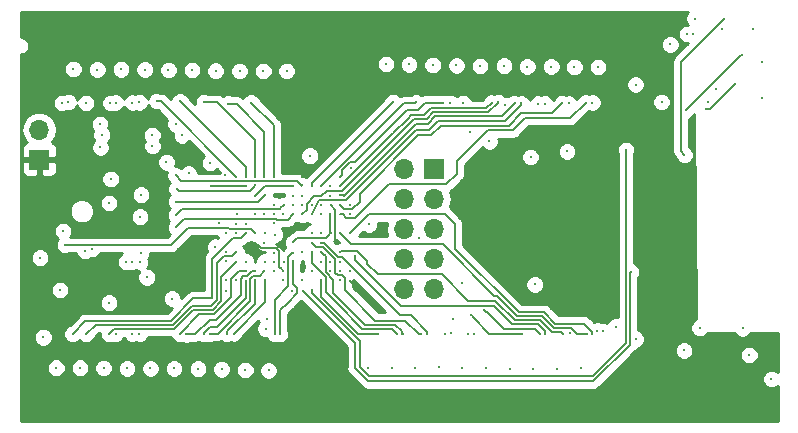
<source format=gbr>
G04 #@! TF.GenerationSoftware,KiCad,Pcbnew,5.0.0-rc3-unknown-14ce5182~65~ubuntu16.04.1*
G04 #@! TF.CreationDate,2018-08-12T21:53:15+02:00*
G04 #@! TF.ProjectId,roboy_sno,726F626F795F736E6F2E6B696361645F,rev?*
G04 #@! TF.SameCoordinates,Original*
G04 #@! TF.FileFunction,Copper,L2,Inr,Signal*
G04 #@! TF.FilePolarity,Positive*
%FSLAX46Y46*%
G04 Gerber Fmt 4.6, Leading zero omitted, Abs format (unit mm)*
G04 Created by KiCad (PCBNEW 5.0.0-rc3-unknown-14ce5182~65~ubuntu16.04.1) date Sun Aug 12 21:53:15 2018*
%MOMM*%
%LPD*%
G01*
G04 APERTURE LIST*
G04 #@! TA.AperFunction,ViaPad*
%ADD10R,1.700000X1.700000*%
G04 #@! TD*
G04 #@! TA.AperFunction,ViaPad*
%ADD11O,1.700000X1.700000*%
G04 #@! TD*
G04 #@! TA.AperFunction,ViaPad*
%ADD12C,0.301000*%
G04 #@! TD*
G04 #@! TA.AperFunction,Conductor*
%ADD13C,0.152400*%
G04 #@! TD*
G04 #@! TA.AperFunction,Conductor*
%ADD14C,0.254000*%
G04 #@! TD*
G04 APERTURE END LIST*
D10*
G04 #@! TO.N,/TDI*
G04 #@! TO.C,J4*
X147472400Y-120192800D03*
D11*
G04 #@! TO.N,GND*
X144932400Y-120192800D03*
G04 #@! TO.N,N/C*
X147472400Y-122732800D03*
X144932400Y-122732800D03*
G04 #@! TO.N,/TMS*
X147472400Y-125272800D03*
G04 #@! TO.N,N/C*
X144932400Y-125272800D03*
G04 #@! TO.N,/TDO*
X147472400Y-127812800D03*
G04 #@! TO.N,3.3V*
X144932400Y-127812800D03*
G04 #@! TO.N,/TCK*
X147472400Y-130352800D03*
G04 #@! TO.N,GND*
X144932400Y-130352800D03*
G04 #@! TD*
D10*
G04 #@! TO.N,GND*
G04 #@! TO.C,J5*
X114046000Y-119380000D03*
D11*
G04 #@! TO.N,VDD5V*
X114046000Y-116840000D03*
G04 #@! TD*
D12*
G04 #@! TO.N,/M7*
X134728599Y-129603500D03*
G04 #@! TO.N,GND*
X139522200Y-126466600D03*
X136321800Y-128828800D03*
X134721600Y-128828800D03*
X135534400Y-125628400D03*
X130759200Y-123977400D03*
X131521200Y-121615200D03*
X132334000Y-126441200D03*
X129891266Y-130500866D03*
X140385800Y-129667000D03*
X140436600Y-120116600D03*
X129768600Y-120675400D03*
X170637200Y-136321800D03*
X171323000Y-136398000D03*
X154660600Y-130225800D03*
X155651199Y-121183400D03*
X166446200Y-109702600D03*
X167309800Y-113563400D03*
X164896800Y-114630200D03*
X127736600Y-130352800D03*
X135839200Y-132638800D03*
X138728436Y-123248798D03*
X141909800Y-125831600D03*
X128625600Y-121615200D03*
X138252200Y-117195600D03*
X133922000Y-122377200D03*
X136296400Y-120827800D03*
X176199800Y-135382000D03*
G04 #@! TO.N,3.3V*
X133934200Y-128803400D03*
X131546600Y-128016000D03*
X135534400Y-126390400D03*
X132334000Y-122453400D03*
X135534400Y-121615200D03*
X137922000Y-123215400D03*
X138709400Y-124028200D03*
X131521200Y-124815200D03*
G04 #@! TO.N,GND*
X124866400Y-118008400D03*
X119710200Y-125412500D03*
X116509800Y-129857500D03*
X116509800Y-131406900D03*
X116852700Y-132308600D03*
X122491500Y-132321300D03*
X119430800Y-128143000D03*
X122694700Y-121500900D03*
G04 #@! TO.N,3.3V*
X159918400Y-137033000D03*
X157911800Y-137083800D03*
X155879800Y-137134600D03*
X153898600Y-137109200D03*
X151917400Y-137058400D03*
X149885400Y-137007600D03*
X147904200Y-136982200D03*
X145897600Y-137033000D03*
X143891000Y-137058400D03*
X141909800Y-137033000D03*
X133477000Y-137236200D03*
X131495800Y-137185400D03*
X129489200Y-137134600D03*
X127482600Y-137083800D03*
X125476000Y-137058400D03*
X123469400Y-137058400D03*
X121488200Y-137058400D03*
X119507000Y-137033000D03*
X117500400Y-137007600D03*
X115493800Y-137007600D03*
X116941600Y-111709200D03*
X118973600Y-111760000D03*
X120980200Y-111734600D03*
X122986800Y-111760000D03*
X124993400Y-111810800D03*
X126974600Y-111810800D03*
X128981200Y-111861600D03*
X131013200Y-111887000D03*
X133019800Y-111887000D03*
X135001000Y-111887000D03*
X150495000Y-117043200D03*
X152171400Y-117830600D03*
X143408400Y-111302800D03*
X145364200Y-111328200D03*
X147370800Y-111379000D03*
X149377400Y-111404400D03*
X151384000Y-111455200D03*
X153390600Y-111429800D03*
X155371800Y-111506000D03*
X157403800Y-111506000D03*
X159359600Y-111531400D03*
X161366200Y-111556800D03*
X169545000Y-107442000D03*
X149885400Y-129794000D03*
X133375400Y-132842000D03*
X136321800Y-127203200D03*
X138722100Y-125590300D03*
X126695200Y-120548400D03*
X136956800Y-119049800D03*
X116052600Y-125412500D03*
X124819000Y-119608600D03*
X123621800Y-117284500D03*
X123634500Y-118237000D03*
X115798600Y-130416300D03*
X125310900Y-131152900D03*
X114401600Y-134429500D03*
G04 #@! TO.N,VDD5V*
X174167800Y-135915400D03*
X166751000Y-114503200D03*
X164541200Y-113030000D03*
X119341900Y-117271800D03*
G04 #@! TO.N,Net-(C4-Pad2)*
X169418000Y-108737400D03*
X173609000Y-133680200D03*
G04 #@! TO.N,Net-(C6-Pad1)*
X167487600Y-109626400D03*
X171323000Y-113436400D03*
G04 #@! TO.N,Net-(C7-Pad2)*
X168884600Y-108737400D03*
X169976800Y-133629400D03*
G04 #@! TO.N,Net-(D5-Pad2)*
X168630600Y-135534400D03*
X176047400Y-137972800D03*
G04 #@! TO.N,GPIO0*
X168681400Y-118973600D03*
X172034200Y-107442000D03*
G04 #@! TO.N,RTS*
X170688000Y-114503200D03*
X175209200Y-114173000D03*
G04 #@! TO.N,Net-(Q1-Pad2)*
X175260000Y-111099600D03*
X174472600Y-108305600D03*
G04 #@! TO.N,RESET*
X171831000Y-108305600D03*
X173532800Y-110566200D03*
X168783000Y-115214400D03*
G04 #@! TO.N,DTR*
X170535600Y-115112800D03*
X172946799Y-112977399D03*
G04 #@! TO.N,Net-(R1-Pad1)*
X133146800Y-122402600D03*
X125653800Y-122936000D03*
G04 #@! TO.N,Net-(R2-Pad2)*
X135534400Y-124028200D03*
X125628400Y-125120400D03*
G04 #@! TO.N,Net-(R3-Pad1)*
X132308600Y-121564400D03*
X125679200Y-121843800D03*
G04 #@! TO.N,Net-(R4-Pad2)*
X134747000Y-123215400D03*
X125628400Y-124053600D03*
G04 #@! TO.N,RESET_N*
X136321800Y-121564400D03*
X125603000Y-120726200D03*
G04 #@! TO.N,ESP_EN*
X137109200Y-130429000D03*
X163728400Y-118592600D03*
G04 #@! TO.N,Net-(U2-Pad3)*
X134010400Y-125730000D03*
X128976101Y-126751099D03*
G04 #@! TO.N,SPI_MOSI*
X135483600Y-130479800D03*
X155651200Y-119176800D03*
G04 #@! TO.N,SPI_MISO*
X136347200Y-130479800D03*
X164155100Y-128879600D03*
G04 #@! TO.N,SPI_CSO*
X136321800Y-129616200D03*
X164541200Y-134594600D03*
X156006800Y-129946400D03*
X161747200Y-133934200D03*
G04 #@! TO.N,SPI_CLK*
X137134600Y-128828800D03*
X158750000Y-118694200D03*
G04 #@! TO.N,/D6*
X133934200Y-123215400D03*
X116515097Y-114523303D03*
G04 #@! TO.N,/E6*
X133934200Y-124002800D03*
X116001800Y-114579400D03*
G04 #@! TO.N,/TCK*
X130733800Y-124841000D03*
X146202400Y-126034800D03*
G04 #@! TO.N,/TDO*
X134696200Y-124028200D03*
X141986000Y-124866400D03*
G04 #@! TO.N,/TMS*
X129870200Y-125577600D03*
G04 #@! TO.N,/TDI*
X133934200Y-124790200D03*
G04 #@! TO.N,Net-(R9-Pad2)*
X133121400Y-124028200D03*
X128498600Y-119659400D03*
G04 #@! TO.N,/J7*
X135509000Y-127254000D03*
X133985000Y-134162800D03*
G04 #@! TO.N,/K7*
X134747000Y-128041400D03*
X122529600Y-134137400D03*
G04 #@! TO.N,/L5*
X133121400Y-128828800D03*
X128498600Y-134112000D03*
G04 #@! TO.N,/M3*
X131521200Y-129641600D03*
X127990600Y-134137400D03*
G04 #@! TO.N,/L3*
X131521200Y-128828800D03*
X125984000Y-134162800D03*
G04 #@! TO.N,/L4*
X132334000Y-128828800D03*
X126466600Y-134188200D03*
G04 #@! TO.N,/K6*
X133934200Y-128016000D03*
X121945400Y-134137400D03*
G04 #@! TO.N,/K2*
X130733800Y-128016000D03*
X119964200Y-134162800D03*
G04 #@! TO.N,/K5*
X133146800Y-128016000D03*
X120523000Y-134137400D03*
G04 #@! TO.N,/H3*
X131597400Y-125628400D03*
X116884565Y-134131165D03*
G04 #@! TO.N,/K1*
X129870200Y-127939800D03*
G04 #@! TO.N,/H2*
X130683000Y-125628400D03*
X129286000Y-124750801D03*
G04 #@! TO.N,/J9*
X137109200Y-127203200D03*
X144348200Y-134112000D03*
G04 #@! TO.N,/H9*
X137109200Y-126466600D03*
X146380200Y-134162800D03*
G04 #@! TO.N,/B2*
X130733800Y-120827800D03*
X124002800Y-114427000D03*
G04 #@! TO.N,/B3*
X131546600Y-120827800D03*
X125958600Y-114452400D03*
G04 #@! TO.N,/B4*
X132334000Y-120827800D03*
X127990600Y-114503200D03*
G04 #@! TO.N,/B5*
X133121400Y-120827800D03*
X130048000Y-114655600D03*
G04 #@! TO.N,/B6*
X133934200Y-120827800D03*
X132003800Y-114554000D03*
G04 #@! TO.N,/F4*
X132334000Y-124028200D03*
X126136400Y-117322600D03*
X125603000Y-116357400D03*
X118008400Y-114579400D03*
G04 #@! TO.N,/G9*
X137134600Y-125577600D03*
X150368000Y-134137400D03*
G04 #@! TO.N,/G10*
X137909300Y-125615700D03*
X150901400Y-134112000D03*
G04 #@! TO.N,/G12*
X139547600Y-125603000D03*
X160401000Y-134137400D03*
G04 #@! TO.N,/G13*
X140385800Y-125577600D03*
X160883600Y-134162800D03*
G04 #@! TO.N,/H10*
X137922000Y-126441200D03*
X146888200Y-134162800D03*
G04 #@! TO.N,/J5*
X133121400Y-126441200D03*
G04 #@! TO.N,/J6*
X133915824Y-127294601D03*
X122682000Y-122351800D03*
G04 #@! TO.N,/J10*
X137922000Y-127203200D03*
X144881600Y-134162800D03*
G04 #@! TO.N,/J12*
X158394400Y-134112000D03*
X139522200Y-127203200D03*
G04 #@! TO.N,/J13*
X156895800Y-134137400D03*
X140792200Y-127508000D03*
G04 #@! TO.N,/K10*
X137922000Y-128016000D03*
X148945600Y-134086600D03*
G04 #@! TO.N,/K11*
X138709400Y-128016000D03*
X150596600Y-132513700D03*
X154940000Y-134112000D03*
G04 #@! TO.N,/K12*
X139522200Y-128016000D03*
X156413200Y-134112000D03*
X151692599Y-132134599D03*
G04 #@! TO.N,/L11*
X138709400Y-128803400D03*
X158978600Y-134061200D03*
G04 #@! TO.N,/L12*
X139522200Y-128803400D03*
X149098000Y-132892800D03*
G04 #@! TO.N,/M10*
X137922000Y-129616200D03*
X142722600Y-134112000D03*
G04 #@! TO.N,/M12*
X139522200Y-129616200D03*
X148437600Y-134112000D03*
G04 #@! TO.N,/M13*
X140360400Y-128854200D03*
G04 #@! TO.N,/B12*
X139496800Y-120827800D03*
X148234400Y-114579400D03*
G04 #@! TO.N,/C9*
X137109200Y-121640600D03*
X144012535Y-114497735D03*
G04 #@! TO.N,/C10*
X137922000Y-121640600D03*
X145965035Y-114545235D03*
G04 #@! TO.N,/C11*
X138709400Y-121640600D03*
X149933535Y-114576735D03*
G04 #@! TO.N,/C12*
X139522200Y-121640600D03*
X152349200Y-114554000D03*
G04 #@! TO.N,/D8*
X135534400Y-122428000D03*
X121945400Y-114554000D03*
G04 #@! TO.N,/D9*
X136321800Y-122478800D03*
X122504200Y-114528600D03*
G04 #@! TO.N,/D11*
X138709400Y-122428000D03*
X148869400Y-114579400D03*
G04 #@! TO.N,/D12*
X139522200Y-122402600D03*
X154330400Y-114604800D03*
G04 #@! TO.N,/E8*
X135534400Y-123240800D03*
X120085018Y-114605527D03*
G04 #@! TO.N,/E9*
X136321800Y-123215400D03*
X120523000Y-114554000D03*
G04 #@! TO.N,/E10*
X137109200Y-123240800D03*
X158877000Y-114630200D03*
G04 #@! TO.N,/E12*
X139547600Y-123266200D03*
X158343600Y-114604800D03*
G04 #@! TO.N,/E13*
X140385800Y-123240800D03*
X156870400Y-114655600D03*
G04 #@! TO.N,/F8*
X136321800Y-124028200D03*
X152882600Y-114503200D03*
G04 #@! TO.N,/F9*
X137134600Y-124028200D03*
X154838400Y-114630200D03*
G04 #@! TO.N,/F10*
X137922000Y-124028200D03*
X156286200Y-114655600D03*
G04 #@! TO.N,/F12*
X139598400Y-124028200D03*
X160324800Y-114554000D03*
G04 #@! TO.N,/F13*
X140385800Y-124002800D03*
X153466800Y-114757200D03*
X160883600Y-114554000D03*
G04 #@! TO.N,/K8*
X134442200Y-134162800D03*
X135534400Y-127995300D03*
G04 #@! TO.N,/H4*
X132308600Y-125628400D03*
X116230400Y-126619000D03*
G04 #@! TO.N,/H5*
X133146800Y-125628400D03*
X114122200Y-127685800D03*
G04 #@! TO.N,/J1*
X129844800Y-127177800D03*
G04 #@! TO.N,/J2*
X130733800Y-127228600D03*
X118008400Y-134162800D03*
G04 #@! TO.N,/M1*
X129870200Y-129565400D03*
X122580400Y-128066800D03*
G04 #@! TO.N,/M2*
X130733800Y-129616200D03*
X122656600Y-127304800D03*
G04 #@! TO.N,/J5*
X122593100Y-124218700D03*
G04 #@! TO.N,/M4*
X132334000Y-129616200D03*
X129971800Y-134137400D03*
G04 #@! TO.N,/M5*
X133146800Y-129616200D03*
X130505200Y-134112000D03*
G04 #@! TO.N,Net-(D2-Pad2)*
X119202200Y-116382800D03*
X120103900Y-121018300D03*
G04 #@! TO.N,Net-(D4-Pad2)*
X119240300Y-118351300D03*
X119976900Y-123063000D03*
G04 #@! TO.N,/M7*
X118503700Y-126965700D03*
G04 #@! TO.N,/N6*
X133219518Y-133695401D03*
X117919500Y-127101600D03*
G04 #@! TO.N,/ESP8266-12E/GPIO4*
X121412000Y-128041400D03*
X161277300Y-133870700D03*
G04 #@! TO.N,/ESP8266-12E/GPIO5*
X121911154Y-128050246D03*
X162864800Y-133527800D03*
G04 #@! TO.N,Net-(R23-Pad2)*
X119951500Y-131495800D03*
X123151900Y-129349500D03*
G04 #@! TD*
D13*
G04 #@! TO.N,GND*
X140385800Y-129667000D02*
X140639800Y-129921000D01*
X139371701Y-126316101D02*
X139522200Y-126466600D01*
X139136101Y-126080501D02*
X139371701Y-126316101D01*
X139136101Y-123656463D02*
X139136101Y-126080501D01*
X138728436Y-123248798D02*
X139136101Y-123656463D01*
X134571101Y-128678301D02*
X134721600Y-128828800D01*
X134371099Y-128478299D02*
X134571101Y-128678301D01*
X134371099Y-127118358D02*
X134371099Y-128478299D01*
X132581404Y-126591699D02*
X132857605Y-126867900D01*
X132857605Y-126867900D02*
X134120641Y-126867900D01*
X132484499Y-126591699D02*
X132581404Y-126591699D01*
X132334000Y-126441200D02*
X132484499Y-126591699D01*
X131521200Y-121615200D02*
X128625600Y-121615200D01*
X134278141Y-127025400D02*
X134278141Y-127011659D01*
X134120641Y-126867900D02*
X134278141Y-127025400D01*
X134278141Y-127025400D02*
X134371099Y-127118358D01*
X134120641Y-126867900D02*
X134218700Y-126867900D01*
X134218700Y-126867900D02*
X134442200Y-126644400D01*
G04 #@! TO.N,3.3V*
X138558901Y-125758599D02*
X138709400Y-125608100D01*
X138313199Y-126004301D02*
X138558901Y-125758599D01*
X135920499Y-126004301D02*
X138313199Y-126004301D01*
X135534400Y-126390400D02*
X135920499Y-126004301D01*
X138709400Y-124028200D02*
X138709400Y-125608100D01*
X133172200Y-121615200D02*
X135534400Y-121615200D01*
X132334000Y-122453400D02*
X133172200Y-121615200D01*
G04 #@! TO.N,GPIO0*
X168356299Y-111119901D02*
X172034200Y-107442000D01*
X168356299Y-118648499D02*
X168356299Y-111119901D01*
X168681400Y-118973600D02*
X168356299Y-118648499D01*
G04 #@! TO.N,RESET*
X173431200Y-110566200D02*
X173532800Y-110566200D01*
X168783000Y-115214400D02*
X173431200Y-110566200D01*
G04 #@! TO.N,DTR*
X170811398Y-115112800D02*
X172946799Y-112977399D01*
X170535600Y-115112800D02*
X170811398Y-115112800D01*
G04 #@! TO.N,Net-(R1-Pad1)*
X132457518Y-122936000D02*
X125653800Y-122936000D01*
X132613400Y-122936000D02*
X132457518Y-122936000D01*
X133146800Y-122402600D02*
X132613400Y-122936000D01*
G04 #@! TO.N,Net-(R2-Pad2)*
X135534400Y-124028200D02*
X135107699Y-124454901D01*
X134179619Y-124454901D02*
X134108518Y-124383800D01*
X135107699Y-124454901D02*
X134179619Y-124454901D01*
X134108518Y-124383800D02*
X131318000Y-124383800D01*
X130984318Y-124383800D02*
X130938617Y-124429501D01*
X131318000Y-124383800D02*
X130984318Y-124383800D01*
X126344699Y-124404101D02*
X125628400Y-125120400D01*
X130964017Y-124404101D02*
X126344699Y-124404101D01*
X130984318Y-124383800D02*
X130964017Y-124404101D01*
G04 #@! TO.N,Net-(R3-Pad1)*
X125877301Y-122041901D02*
X125679200Y-121843800D01*
X131907299Y-122041901D02*
X125877301Y-122041901D01*
X132334000Y-121615200D02*
X131907299Y-122041901D01*
G04 #@! TO.N,Net-(R4-Pad2)*
X134747000Y-123215400D02*
X134467600Y-123494800D01*
X126119899Y-123562101D02*
X125628400Y-124053600D01*
X134400299Y-123562101D02*
X126119899Y-123562101D01*
X134467600Y-123494800D02*
X134400299Y-123562101D01*
G04 #@! TO.N,RESET_N*
X136321800Y-121615200D02*
X135966200Y-121259600D01*
X126065299Y-121188499D02*
X125603000Y-120726200D01*
X135895099Y-121188499D02*
X126065299Y-121188499D01*
X135966200Y-121259600D02*
X135895099Y-121188499D01*
G04 #@! TO.N,ESP_EN*
X137109200Y-130698782D02*
X141182818Y-134772400D01*
X137109200Y-130429000D02*
X137109200Y-130698782D01*
X141182818Y-136937536D02*
X141964082Y-137718800D01*
X141182818Y-134772400D02*
X141182818Y-136937536D01*
X141964082Y-137718800D02*
X160909000Y-137718800D01*
X163728400Y-134899400D02*
X163728400Y-118592600D01*
X160909000Y-137718800D02*
X163728400Y-134899400D01*
G04 #@! TO.N,SPI_MISO*
X136347200Y-130479800D02*
X140792200Y-134924800D01*
X140792200Y-137045300D02*
X141897500Y-138150600D01*
X140792200Y-134924800D02*
X140792200Y-137045300D01*
X141897500Y-138150600D02*
X160975583Y-138150600D01*
X160975583Y-138150600D02*
X164080810Y-135045373D01*
X164080810Y-135045373D02*
X164080810Y-128953890D01*
X164080810Y-128953890D02*
X164155100Y-128879600D01*
G04 #@! TO.N,/J7*
X135534400Y-127228600D02*
X135155299Y-127607701D01*
X135155299Y-127607701D02*
X135155299Y-130125783D01*
X135155299Y-130125783D02*
X133985000Y-131296082D01*
X133985000Y-131296082D02*
X133985000Y-134162800D01*
G04 #@! TO.N,/L5*
X131900301Y-129459631D02*
X131900301Y-131370699D01*
X132152031Y-129207901D02*
X131900301Y-129459631D01*
X132742299Y-129207901D02*
X132152031Y-129207901D01*
X133121400Y-128828800D02*
X132742299Y-129207901D01*
X129159000Y-134112000D02*
X128498600Y-134112000D01*
X131900301Y-131370699D02*
X129159000Y-134112000D01*
G04 #@! TO.N,/M3*
X131521200Y-129641600D02*
X131521200Y-131089400D01*
X131521200Y-131089400D02*
X129082800Y-133527800D01*
X127990600Y-134058930D02*
X127990600Y-134137400D01*
X128521730Y-133527800D02*
X127990600Y-134058930D01*
X129082800Y-133527800D02*
X128521730Y-133527800D01*
G04 #@! TO.N,/L3*
X130317967Y-129470963D02*
X130317967Y-131048033D01*
X130960130Y-128828800D02*
X130317967Y-129470963D01*
X131521200Y-128828800D02*
X130960130Y-128828800D01*
X130317967Y-131048033D02*
X128879600Y-132486400D01*
X128879600Y-132486400D02*
X128422400Y-132486400D01*
X128422400Y-132486400D02*
X128320800Y-132486400D01*
X125984000Y-134109730D02*
X125984000Y-134162800D01*
X127607330Y-132486400D02*
X125984000Y-134109730D01*
X128320800Y-132486400D02*
X127607330Y-132486400D01*
G04 #@! TO.N,/L4*
X131112901Y-129488829D02*
X131112901Y-130837299D01*
X132334000Y-128828800D02*
X132082270Y-128828800D01*
X132082270Y-128828800D02*
X131648571Y-129262499D01*
X131648571Y-129262499D02*
X131339231Y-129262499D01*
X131339231Y-129262499D02*
X131112901Y-129488829D01*
X131112901Y-130837299D02*
X129006600Y-132943600D01*
X129006600Y-132943600D02*
X128498600Y-132943600D01*
X127254000Y-134188200D02*
X126466600Y-134188200D01*
X128498600Y-132943600D02*
X127254000Y-134188200D01*
G04 #@! TO.N,/K2*
X129464565Y-129285235D02*
X129464565Y-131393435D01*
X130733800Y-128016000D02*
X129464565Y-129285235D01*
X129464565Y-131393435D02*
X128778000Y-132080000D01*
X128778000Y-132080000D02*
X127101600Y-132080000D01*
X127101600Y-132080000D02*
X125476000Y-133705600D01*
X119964200Y-134135130D02*
X119964200Y-134162800D01*
X120393730Y-133705600D02*
X119964200Y-134135130D01*
X125476000Y-133705600D02*
X120393730Y-133705600D01*
G04 #@! TO.N,/H3*
X130454029Y-126007501D02*
X129032000Y-127429530D01*
X131167499Y-126007501D02*
X130454029Y-126007501D01*
X131546600Y-125628400D02*
X131167499Y-126007501D01*
X129032000Y-127429530D02*
X128701800Y-127759730D01*
X128701800Y-127759730D02*
X128701800Y-131114800D01*
X128701800Y-131114800D02*
X127101600Y-131114800D01*
X127101600Y-131114800D02*
X125171200Y-133045200D01*
X117970530Y-133045200D02*
X116884565Y-134131165D01*
X125171200Y-133045200D02*
X117970530Y-133045200D01*
G04 #@! TO.N,/J9*
X137109200Y-128171882D02*
X138301101Y-129363783D01*
X138301101Y-129363783D02*
X138301101Y-130608699D01*
X137109200Y-127203200D02*
X137109200Y-128171882D01*
X139242800Y-131550398D02*
X139246598Y-131550398D01*
X138301101Y-130608699D02*
X139242800Y-131550398D01*
X139246598Y-131550398D02*
X141401800Y-133705600D01*
X143941800Y-133705600D02*
X144348200Y-134112000D01*
X141401800Y-133705600D02*
X143941800Y-133705600D01*
G04 #@! TO.N,/H9*
X146167361Y-134162800D02*
X145024361Y-133019800D01*
X146380200Y-134162800D02*
X146167361Y-134162800D01*
X137285099Y-126591699D02*
X137134600Y-126441200D01*
X137513701Y-126820301D02*
X137285099Y-126591699D01*
X138100171Y-126820301D02*
X137513701Y-126820301D01*
X139088501Y-127808631D02*
X138100171Y-126820301D01*
X139088501Y-128953901D02*
X139088501Y-127808631D01*
X139317101Y-129182501D02*
X139088501Y-128953901D01*
X139901301Y-129434231D02*
X139649571Y-129182501D01*
X139649571Y-129182501D02*
X139317101Y-129182501D01*
X139901301Y-130427101D02*
X139901301Y-129434231D01*
X142494000Y-133019800D02*
X139901301Y-130427101D01*
X145024361Y-133019800D02*
X142494000Y-133019800D01*
G04 #@! TO.N,/B2*
X124333000Y-114427000D02*
X124002800Y-114427000D01*
X130733800Y-120827800D02*
X124333000Y-114427000D01*
G04 #@! TO.N,/B3*
X131546600Y-120040400D02*
X125958600Y-114452400D01*
X131546600Y-120827800D02*
X131546600Y-120040400D01*
G04 #@! TO.N,/B4*
X132334000Y-120827800D02*
X132334000Y-117729000D01*
X129108200Y-114503200D02*
X127990600Y-114503200D01*
X132334000Y-117729000D02*
X129108200Y-114503200D01*
G04 #@! TO.N,/B5*
X133121400Y-120827800D02*
X133121400Y-117017800D01*
X130759200Y-114655600D02*
X130048000Y-114655600D01*
X133121400Y-117017800D02*
X130759200Y-114655600D01*
G04 #@! TO.N,/B6*
X133934200Y-120614961D02*
X133908800Y-120589561D01*
X133934200Y-120827800D02*
X133934200Y-120614961D01*
X133908800Y-116459000D02*
X132003800Y-114554000D01*
X133908800Y-120589561D02*
X133908800Y-116459000D01*
G04 #@! TO.N,/G12*
X159615870Y-134137400D02*
X159107870Y-133629400D01*
X160401000Y-134137400D02*
X159615870Y-134137400D01*
X159107870Y-133629400D02*
X157657800Y-133629400D01*
X157657800Y-133629400D02*
X156641800Y-132613400D01*
X156641800Y-132613400D02*
X154508200Y-132613400D01*
X154508200Y-132613400D02*
X152806400Y-130911600D01*
X152806400Y-130911600D02*
X152577800Y-130911600D01*
X152577800Y-130911600D02*
X148209000Y-126542800D01*
X140462000Y-126542800D02*
X139522200Y-125603000D01*
X148209000Y-126542800D02*
X140462000Y-126542800D01*
G04 #@! TO.N,/G13*
X160883600Y-133949961D02*
X160207439Y-133273800D01*
X160883600Y-134162800D02*
X160883600Y-133949961D01*
X160207439Y-133273800D02*
X157734000Y-133273800D01*
X157734000Y-133273800D02*
X156768800Y-132308600D01*
X156768800Y-132308600D02*
X154635200Y-132308600D01*
X154635200Y-132308600D02*
X149238067Y-126911467D01*
X149238067Y-126911467D02*
X149238067Y-124854067D01*
X149238067Y-124854067D02*
X148412200Y-124028200D01*
X141935200Y-124028200D02*
X140385800Y-125577600D01*
X148412200Y-124028200D02*
X141935200Y-124028200D01*
G04 #@! TO.N,/H10*
X146888200Y-133949961D02*
X145500839Y-132562600D01*
X146888200Y-134162800D02*
X146888200Y-133949961D01*
X139704169Y-127636899D02*
X139371699Y-127636899D01*
X144629870Y-132562600D02*
X139704169Y-127636899D01*
X145500839Y-132562600D02*
X144629870Y-132562600D01*
X138176000Y-126441200D02*
X137922000Y-126441200D01*
X139371699Y-127636899D02*
X138176000Y-126441200D01*
G04 #@! TO.N,/J10*
X138072499Y-127353699D02*
X137922000Y-127203200D01*
X144881600Y-134162800D02*
X144805400Y-134162800D01*
X138963400Y-130708400D02*
X138963400Y-129595016D01*
X144805400Y-134162800D02*
X144727301Y-134084701D01*
X144727301Y-133930031D02*
X144147270Y-133350000D01*
X141605000Y-133350000D02*
X138963400Y-130708400D01*
X144727301Y-134084701D02*
X144727301Y-133930031D01*
X138301101Y-127582301D02*
X138072499Y-127353699D01*
X144147270Y-133350000D02*
X141605000Y-133350000D01*
X138963400Y-129595016D02*
X138301101Y-128932717D01*
X138301101Y-128932717D02*
X138301101Y-127582301D01*
G04 #@! TO.N,/J13*
X156895800Y-133924561D02*
X156270439Y-133299200D01*
X156895800Y-134137400D02*
X156895800Y-133924561D01*
X156270439Y-133299200D02*
X154101800Y-133299200D01*
X152558098Y-131755498D02*
X151378302Y-131755498D01*
X154101800Y-133299200D02*
X152558098Y-131755498D01*
X151378302Y-131755498D02*
X151358600Y-131775200D01*
X140792200Y-127879378D02*
X140792200Y-127508000D01*
X144688022Y-131775200D02*
X140792200Y-127879378D01*
X151358600Y-131775200D02*
X144688022Y-131775200D01*
G04 #@! TO.N,/K11*
X150747099Y-132664199D02*
X150747099Y-132687699D01*
X150596600Y-132513700D02*
X150747099Y-132664199D01*
X152171400Y-134112000D02*
X154940000Y-134112000D01*
X150747099Y-132687699D02*
X152171400Y-134112000D01*
G04 #@! TO.N,/K12*
X156034099Y-133732899D02*
X156262701Y-133961501D01*
X156262701Y-133961501D02*
X156413200Y-134112000D01*
X153388701Y-133732899D02*
X156034099Y-133732899D01*
X151940900Y-132285098D02*
X153388701Y-133732899D01*
X151843098Y-132285098D02*
X151940900Y-132285098D01*
X151692599Y-132134599D02*
X151843098Y-132285098D01*
G04 #@! TO.N,/M10*
X137922000Y-129616200D02*
X137922000Y-131013200D01*
X141020800Y-134112000D02*
X142722600Y-134112000D01*
X137922000Y-131013200D02*
X141020800Y-134112000D01*
G04 #@! TO.N,/B12*
X139647299Y-120677301D02*
X139647299Y-120300545D01*
X139496800Y-120827800D02*
X139647299Y-120677301D01*
X139647299Y-120300545D02*
X140364644Y-119583200D01*
X140364644Y-119583200D02*
X140792200Y-119583200D01*
X140792200Y-119583200D02*
X145211800Y-115163600D01*
X145211800Y-115163600D02*
X146151600Y-115163600D01*
X146735800Y-114579400D02*
X148234400Y-114579400D01*
X146151600Y-115163600D02*
X146735800Y-114579400D01*
G04 #@! TO.N,/C9*
X137109200Y-121401070D02*
X144012535Y-114497735D01*
X137109200Y-121640600D02*
X137109200Y-121401070D01*
G04 #@! TO.N,/C10*
X145880070Y-114630200D02*
X145965035Y-114545235D01*
X144932400Y-114630200D02*
X145880070Y-114630200D01*
X137922000Y-121640600D02*
X144932400Y-114630200D01*
G04 #@! TO.N,/C12*
X139522200Y-121640600D02*
X143992600Y-117170200D01*
X143992600Y-117170200D02*
X145237200Y-115925600D01*
X145237200Y-115925600D02*
X145567400Y-115595400D01*
X145567400Y-115595400D02*
X146634200Y-115595400D01*
X146634200Y-115595400D02*
X147218400Y-115011200D01*
X151892000Y-115011200D02*
X152349200Y-114554000D01*
X147218400Y-115011200D02*
X151892000Y-115011200D01*
G04 #@! TO.N,/D12*
X139801600Y-122402600D02*
X139522200Y-122402600D01*
X145923000Y-116332000D02*
X139827000Y-122428000D01*
X154330400Y-114604800D02*
X153212800Y-115722400D01*
X139827000Y-122428000D02*
X139801600Y-122402600D01*
X153212800Y-115722400D02*
X147574000Y-115722400D01*
X147574000Y-115722400D02*
X146964400Y-116332000D01*
X146964400Y-116332000D02*
X145923000Y-116332000D01*
G04 #@! TO.N,/E12*
X139868901Y-123587501D02*
X139547600Y-123266200D01*
X154863800Y-115468400D02*
X153822400Y-116509800D01*
X153822400Y-116509800D02*
X148056600Y-116509800D01*
X141198600Y-122259822D02*
X141198600Y-122941118D01*
X157480000Y-115468400D02*
X154863800Y-115468400D01*
X158343600Y-114604800D02*
X157480000Y-115468400D01*
X146135822Y-117322600D02*
X141198600Y-122259822D01*
X148056600Y-116509800D02*
X147243800Y-117322600D01*
X141198600Y-122941118D02*
X140552217Y-123587501D01*
X147243800Y-117322600D02*
X146135822Y-117322600D01*
X140552217Y-123587501D02*
X139868901Y-123587501D01*
G04 #@! TO.N,/F8*
X152882600Y-114581670D02*
X152882600Y-114503200D01*
X152072070Y-115392200D02*
X152882600Y-114581670D01*
X137332682Y-122504200D02*
X137922000Y-122504200D01*
X136702800Y-123647200D02*
X136702800Y-123134082D01*
X136321800Y-124028200D02*
X136702800Y-123647200D01*
X145821400Y-115925600D02*
X146888200Y-115925600D01*
X138406499Y-122019701D02*
X139727299Y-122019701D01*
X139727299Y-122019701D02*
X145821400Y-115925600D01*
X136702800Y-123134082D02*
X137332682Y-122504200D01*
X146888200Y-115925600D02*
X147421600Y-115392200D01*
X137922000Y-122504200D02*
X138406499Y-122019701D01*
X147421600Y-115392200D02*
X152072070Y-115392200D01*
G04 #@! TO.N,/F9*
X139331381Y-122774701D02*
X140039099Y-122774701D01*
X140039099Y-122774701D02*
X145973800Y-116840000D01*
X145973800Y-116840000D02*
X147091400Y-116840000D01*
X147091400Y-116840000D02*
X147853400Y-116078000D01*
X147853400Y-116078000D02*
X153492200Y-116078000D01*
X154838400Y-114731800D02*
X154838400Y-114630200D01*
X153492200Y-116078000D02*
X154838400Y-114731800D01*
X139317383Y-122788699D02*
X137717183Y-122788699D01*
X139331381Y-122774701D02*
X139317383Y-122788699D01*
X137134600Y-124028200D02*
X137717183Y-122788699D01*
G04 #@! TO.N,/F12*
X140056340Y-124349501D02*
X140775699Y-124349501D01*
X139735039Y-124028200D02*
X140056340Y-124349501D01*
X139522200Y-124028200D02*
X139735039Y-124028200D01*
X140775699Y-124349501D02*
X143662400Y-121462800D01*
X143662400Y-121462800D02*
X148513800Y-121462800D01*
X148513800Y-121462800D02*
X149402800Y-120573800D01*
X149402800Y-120573800D02*
X149402800Y-119532400D01*
X149402800Y-119532400D02*
X152019000Y-116916200D01*
X152019000Y-116916200D02*
X154127200Y-116916200D01*
X154127200Y-116916200D02*
X155194000Y-115849400D01*
X159029400Y-115849400D02*
X160324800Y-114554000D01*
X155194000Y-115849400D02*
X159029400Y-115849400D01*
G04 #@! TO.N,/K8*
X134442200Y-132156200D02*
X134442200Y-134162800D01*
X135910301Y-130274983D02*
X135910301Y-130684617D01*
X135910301Y-130684617D02*
X135099118Y-131495800D01*
X135534400Y-129899082D02*
X135910301Y-130274983D01*
X135534400Y-127995300D02*
X135534400Y-129899082D01*
X135099118Y-131499282D02*
X134442200Y-132156200D01*
X135099118Y-131495800D02*
X135099118Y-131499282D01*
G04 #@! TO.N,/H4*
X130075017Y-125150899D02*
X126664701Y-125150899D01*
X130191819Y-125267701D02*
X130075017Y-125150899D01*
X131947901Y-125267701D02*
X130191819Y-125267701D01*
X132308600Y-125628400D02*
X131947901Y-125267701D01*
X125196600Y-126619000D02*
X116230400Y-126619000D01*
X126664701Y-125150899D02*
X125196600Y-126619000D01*
G04 #@! TO.N,/J2*
X129688231Y-127560699D02*
X129133600Y-128115330D01*
X130401701Y-127560699D02*
X129688231Y-127560699D01*
X130733800Y-127228600D02*
X130401701Y-127560699D01*
X129133600Y-128115330D02*
X129133600Y-131267200D01*
X128625610Y-131775190D02*
X126974590Y-131775190D01*
X129133600Y-131267200D02*
X128625610Y-131775190D01*
X126974590Y-131775190D02*
X125399780Y-133350000D01*
X118821200Y-133350000D02*
X118008400Y-134162800D01*
X125399780Y-133350000D02*
X118821200Y-133350000D01*
G04 #@! TO.N,/J12*
X140974169Y-127128899D02*
X139596501Y-127128899D01*
X141833600Y-127988330D02*
X140974169Y-127128899D01*
X157431101Y-133961501D02*
X156438600Y-132969000D01*
X139596501Y-127128899D02*
X139522200Y-127203200D01*
X158243901Y-133961501D02*
X157431101Y-133961501D01*
X150368000Y-131318000D02*
X148132800Y-129082800D01*
X156438600Y-132969000D02*
X154305000Y-132969000D01*
X158394400Y-134112000D02*
X158243901Y-133961501D01*
X154305000Y-132969000D02*
X152654000Y-131318000D01*
X141833600Y-128219200D02*
X141833600Y-127988330D01*
X152654000Y-131318000D02*
X150368000Y-131318000D01*
X148132800Y-129082800D02*
X142697200Y-129082800D01*
X142697200Y-129082800D02*
X141833600Y-128219200D01*
G04 #@! TO.N,/M4*
X132334000Y-129616200D02*
X132334000Y-131572000D01*
X129971800Y-133934200D02*
X129971800Y-134137400D01*
X132334000Y-131572000D02*
X129971800Y-133934200D01*
G04 #@! TO.N,/M5*
X133146800Y-131470400D02*
X130505200Y-134112000D01*
X133146800Y-129616200D02*
X133146800Y-131470400D01*
G04 #@! TD*
D14*
G04 #@! TO.N,GND*
G36*
X168879085Y-106997050D02*
X168759500Y-107285754D01*
X168759500Y-107598246D01*
X168879085Y-107886950D01*
X168944035Y-107951900D01*
X168728354Y-107951900D01*
X168439650Y-108071485D01*
X168218685Y-108292450D01*
X168099100Y-108581154D01*
X168099100Y-108893646D01*
X168218685Y-109182350D01*
X168439650Y-109403315D01*
X168728354Y-109522900D01*
X168947512Y-109522900D01*
X167902933Y-110567479D01*
X167843554Y-110607155D01*
X167803878Y-110666534D01*
X167803875Y-110666537D01*
X167686364Y-110842405D01*
X167631167Y-111119901D01*
X167645100Y-111189947D01*
X167645099Y-118578458D01*
X167631167Y-118648499D01*
X167645099Y-118718540D01*
X167645099Y-118718544D01*
X167686363Y-118925994D01*
X167686364Y-118925995D01*
X167803875Y-119101863D01*
X167803877Y-119101865D01*
X167843553Y-119161244D01*
X167902933Y-119200921D01*
X167941184Y-119239172D01*
X168015485Y-119418550D01*
X168236450Y-119639515D01*
X168525154Y-119759100D01*
X168837646Y-119759100D01*
X169126350Y-119639515D01*
X169347315Y-119418550D01*
X169466900Y-119129846D01*
X169466900Y-118817354D01*
X169347315Y-118528650D01*
X169126350Y-118307685D01*
X169067499Y-118283308D01*
X169067499Y-115946776D01*
X169227950Y-115880315D01*
X169448915Y-115659350D01*
X169522258Y-115482283D01*
X169639755Y-132918789D01*
X169531850Y-132963485D01*
X169310885Y-133184450D01*
X169191300Y-133473154D01*
X169191300Y-133785646D01*
X169310885Y-134074350D01*
X169531850Y-134295315D01*
X169820554Y-134414900D01*
X170133046Y-134414900D01*
X170421750Y-134295315D01*
X170642715Y-134074350D01*
X170649426Y-134058149D01*
X172912067Y-134050265D01*
X172943085Y-134125150D01*
X173164050Y-134346115D01*
X173452754Y-134465700D01*
X173765246Y-134465700D01*
X174053950Y-134346115D01*
X174274915Y-134125150D01*
X174307948Y-134045402D01*
X176582001Y-134037478D01*
X176582001Y-137396536D01*
X176492350Y-137306885D01*
X176203646Y-137187300D01*
X175891154Y-137187300D01*
X175602450Y-137306885D01*
X175381485Y-137527850D01*
X175261900Y-137816554D01*
X175261900Y-138129046D01*
X175381485Y-138417750D01*
X175602450Y-138638715D01*
X175891154Y-138758300D01*
X176203646Y-138758300D01*
X176492350Y-138638715D01*
X176582001Y-138549064D01*
X176582001Y-141530000D01*
X112470000Y-141530000D01*
X112470000Y-136851354D01*
X114708300Y-136851354D01*
X114708300Y-137163846D01*
X114827885Y-137452550D01*
X115048850Y-137673515D01*
X115337554Y-137793100D01*
X115650046Y-137793100D01*
X115938750Y-137673515D01*
X116159715Y-137452550D01*
X116279300Y-137163846D01*
X116279300Y-136851354D01*
X116714900Y-136851354D01*
X116714900Y-137163846D01*
X116834485Y-137452550D01*
X117055450Y-137673515D01*
X117344154Y-137793100D01*
X117656646Y-137793100D01*
X117945350Y-137673515D01*
X118166315Y-137452550D01*
X118285900Y-137163846D01*
X118285900Y-136876754D01*
X118721500Y-136876754D01*
X118721500Y-137189246D01*
X118841085Y-137477950D01*
X119062050Y-137698915D01*
X119350754Y-137818500D01*
X119663246Y-137818500D01*
X119951950Y-137698915D01*
X120172915Y-137477950D01*
X120292500Y-137189246D01*
X120292500Y-136902154D01*
X120702700Y-136902154D01*
X120702700Y-137214646D01*
X120822285Y-137503350D01*
X121043250Y-137724315D01*
X121331954Y-137843900D01*
X121644446Y-137843900D01*
X121933150Y-137724315D01*
X122154115Y-137503350D01*
X122273700Y-137214646D01*
X122273700Y-136902154D01*
X122683900Y-136902154D01*
X122683900Y-137214646D01*
X122803485Y-137503350D01*
X123024450Y-137724315D01*
X123313154Y-137843900D01*
X123625646Y-137843900D01*
X123914350Y-137724315D01*
X124135315Y-137503350D01*
X124254900Y-137214646D01*
X124254900Y-136902154D01*
X124690500Y-136902154D01*
X124690500Y-137214646D01*
X124810085Y-137503350D01*
X125031050Y-137724315D01*
X125319754Y-137843900D01*
X125632246Y-137843900D01*
X125920950Y-137724315D01*
X126141915Y-137503350D01*
X126261500Y-137214646D01*
X126261500Y-136927554D01*
X126697100Y-136927554D01*
X126697100Y-137240046D01*
X126816685Y-137528750D01*
X127037650Y-137749715D01*
X127326354Y-137869300D01*
X127638846Y-137869300D01*
X127927550Y-137749715D01*
X128148515Y-137528750D01*
X128268100Y-137240046D01*
X128268100Y-136978354D01*
X128703700Y-136978354D01*
X128703700Y-137290846D01*
X128823285Y-137579550D01*
X129044250Y-137800515D01*
X129332954Y-137920100D01*
X129645446Y-137920100D01*
X129934150Y-137800515D01*
X130155115Y-137579550D01*
X130274700Y-137290846D01*
X130274700Y-137029154D01*
X130710300Y-137029154D01*
X130710300Y-137341646D01*
X130829885Y-137630350D01*
X131050850Y-137851315D01*
X131339554Y-137970900D01*
X131652046Y-137970900D01*
X131940750Y-137851315D01*
X132161715Y-137630350D01*
X132281300Y-137341646D01*
X132281300Y-137079954D01*
X132691500Y-137079954D01*
X132691500Y-137392446D01*
X132811085Y-137681150D01*
X133032050Y-137902115D01*
X133320754Y-138021700D01*
X133633246Y-138021700D01*
X133921950Y-137902115D01*
X134142915Y-137681150D01*
X134262500Y-137392446D01*
X134262500Y-137079954D01*
X134142915Y-136791250D01*
X133921950Y-136570285D01*
X133633246Y-136450700D01*
X133320754Y-136450700D01*
X133032050Y-136570285D01*
X132811085Y-136791250D01*
X132691500Y-137079954D01*
X132281300Y-137079954D01*
X132281300Y-137029154D01*
X132161715Y-136740450D01*
X131940750Y-136519485D01*
X131652046Y-136399900D01*
X131339554Y-136399900D01*
X131050850Y-136519485D01*
X130829885Y-136740450D01*
X130710300Y-137029154D01*
X130274700Y-137029154D01*
X130274700Y-136978354D01*
X130155115Y-136689650D01*
X129934150Y-136468685D01*
X129645446Y-136349100D01*
X129332954Y-136349100D01*
X129044250Y-136468685D01*
X128823285Y-136689650D01*
X128703700Y-136978354D01*
X128268100Y-136978354D01*
X128268100Y-136927554D01*
X128148515Y-136638850D01*
X127927550Y-136417885D01*
X127638846Y-136298300D01*
X127326354Y-136298300D01*
X127037650Y-136417885D01*
X126816685Y-136638850D01*
X126697100Y-136927554D01*
X126261500Y-136927554D01*
X126261500Y-136902154D01*
X126141915Y-136613450D01*
X125920950Y-136392485D01*
X125632246Y-136272900D01*
X125319754Y-136272900D01*
X125031050Y-136392485D01*
X124810085Y-136613450D01*
X124690500Y-136902154D01*
X124254900Y-136902154D01*
X124135315Y-136613450D01*
X123914350Y-136392485D01*
X123625646Y-136272900D01*
X123313154Y-136272900D01*
X123024450Y-136392485D01*
X122803485Y-136613450D01*
X122683900Y-136902154D01*
X122273700Y-136902154D01*
X122154115Y-136613450D01*
X121933150Y-136392485D01*
X121644446Y-136272900D01*
X121331954Y-136272900D01*
X121043250Y-136392485D01*
X120822285Y-136613450D01*
X120702700Y-136902154D01*
X120292500Y-136902154D01*
X120292500Y-136876754D01*
X120172915Y-136588050D01*
X119951950Y-136367085D01*
X119663246Y-136247500D01*
X119350754Y-136247500D01*
X119062050Y-136367085D01*
X118841085Y-136588050D01*
X118721500Y-136876754D01*
X118285900Y-136876754D01*
X118285900Y-136851354D01*
X118166315Y-136562650D01*
X117945350Y-136341685D01*
X117656646Y-136222100D01*
X117344154Y-136222100D01*
X117055450Y-136341685D01*
X116834485Y-136562650D01*
X116714900Y-136851354D01*
X116279300Y-136851354D01*
X116159715Y-136562650D01*
X115938750Y-136341685D01*
X115650046Y-136222100D01*
X115337554Y-136222100D01*
X115048850Y-136341685D01*
X114827885Y-136562650D01*
X114708300Y-136851354D01*
X112470000Y-136851354D01*
X112470000Y-134273254D01*
X113616100Y-134273254D01*
X113616100Y-134585746D01*
X113735685Y-134874450D01*
X113956650Y-135095415D01*
X114245354Y-135215000D01*
X114557846Y-135215000D01*
X114846550Y-135095415D01*
X115067515Y-134874450D01*
X115187100Y-134585746D01*
X115187100Y-134273254D01*
X115067515Y-133984550D01*
X114846550Y-133763585D01*
X114557846Y-133644000D01*
X114245354Y-133644000D01*
X113956650Y-133763585D01*
X113735685Y-133984550D01*
X113616100Y-134273254D01*
X112470000Y-134273254D01*
X112470000Y-131339554D01*
X119166000Y-131339554D01*
X119166000Y-131652046D01*
X119285585Y-131940750D01*
X119506550Y-132161715D01*
X119795254Y-132281300D01*
X120107746Y-132281300D01*
X120396450Y-132161715D01*
X120617415Y-131940750D01*
X120737000Y-131652046D01*
X120737000Y-131339554D01*
X120617415Y-131050850D01*
X120396450Y-130829885D01*
X120107746Y-130710300D01*
X119795254Y-130710300D01*
X119506550Y-130829885D01*
X119285585Y-131050850D01*
X119166000Y-131339554D01*
X112470000Y-131339554D01*
X112470000Y-130260054D01*
X115013100Y-130260054D01*
X115013100Y-130572546D01*
X115132685Y-130861250D01*
X115353650Y-131082215D01*
X115642354Y-131201800D01*
X115954846Y-131201800D01*
X116243550Y-131082215D01*
X116464515Y-130861250D01*
X116584100Y-130572546D01*
X116584100Y-130260054D01*
X116464515Y-129971350D01*
X116243550Y-129750385D01*
X115954846Y-129630800D01*
X115642354Y-129630800D01*
X115353650Y-129750385D01*
X115132685Y-129971350D01*
X115013100Y-130260054D01*
X112470000Y-130260054D01*
X112470000Y-127529554D01*
X113336700Y-127529554D01*
X113336700Y-127842046D01*
X113456285Y-128130750D01*
X113677250Y-128351715D01*
X113965954Y-128471300D01*
X114278446Y-128471300D01*
X114567150Y-128351715D01*
X114788115Y-128130750D01*
X114907700Y-127842046D01*
X114907700Y-127529554D01*
X114788115Y-127240850D01*
X114567150Y-127019885D01*
X114278446Y-126900300D01*
X113965954Y-126900300D01*
X113677250Y-127019885D01*
X113456285Y-127240850D01*
X113336700Y-127529554D01*
X112470000Y-127529554D01*
X112470000Y-125256254D01*
X115267100Y-125256254D01*
X115267100Y-125568746D01*
X115386685Y-125857450D01*
X115607650Y-126078415D01*
X115644752Y-126093783D01*
X115564485Y-126174050D01*
X115444900Y-126462754D01*
X115444900Y-126775246D01*
X115564485Y-127063950D01*
X115785450Y-127284915D01*
X116074154Y-127404500D01*
X116386646Y-127404500D01*
X116566022Y-127330200D01*
X117163970Y-127330200D01*
X117253585Y-127546550D01*
X117474550Y-127767515D01*
X117763254Y-127887100D01*
X118075746Y-127887100D01*
X118364450Y-127767515D01*
X118380765Y-127751200D01*
X118659946Y-127751200D01*
X118948650Y-127631615D01*
X119169615Y-127410650D01*
X119202938Y-127330200D01*
X121076378Y-127330200D01*
X120967050Y-127375485D01*
X120746085Y-127596450D01*
X120626500Y-127885154D01*
X120626500Y-128197646D01*
X120746085Y-128486350D01*
X120967050Y-128707315D01*
X121255754Y-128826900D01*
X121568246Y-128826900D01*
X121650899Y-128792664D01*
X121754908Y-128835746D01*
X122067400Y-128835746D01*
X122225795Y-128770137D01*
X122424154Y-128852300D01*
X122538235Y-128852300D01*
X122485985Y-128904550D01*
X122366400Y-129193254D01*
X122366400Y-129505746D01*
X122485985Y-129794450D01*
X122706950Y-130015415D01*
X122995654Y-130135000D01*
X123308146Y-130135000D01*
X123596850Y-130015415D01*
X123817815Y-129794450D01*
X123937400Y-129505746D01*
X123937400Y-129193254D01*
X123817815Y-128904550D01*
X123596850Y-128683585D01*
X123308146Y-128564000D01*
X123194065Y-128564000D01*
X123246315Y-128511750D01*
X123365900Y-128223046D01*
X123365900Y-127910554D01*
X123306094Y-127766171D01*
X123322515Y-127749750D01*
X123442100Y-127461046D01*
X123442100Y-127330200D01*
X125126559Y-127330200D01*
X125196600Y-127344132D01*
X125266641Y-127330200D01*
X125266646Y-127330200D01*
X125474096Y-127288936D01*
X125709346Y-127131746D01*
X125749024Y-127072364D01*
X126959290Y-125862099D01*
X129137824Y-125862099D01*
X129190708Y-125989773D01*
X129132347Y-125965599D01*
X128819855Y-125965599D01*
X128531151Y-126085184D01*
X128310186Y-126306149D01*
X128190601Y-126594853D01*
X128190601Y-126907345D01*
X128295397Y-127160345D01*
X128248434Y-127207308D01*
X128189054Y-127246985D01*
X128149378Y-127306364D01*
X128149376Y-127306366D01*
X128093362Y-127390197D01*
X128031864Y-127482235D01*
X127990600Y-127689685D01*
X127990600Y-127689689D01*
X127976668Y-127759730D01*
X127990600Y-127829772D01*
X127990601Y-130403600D01*
X127171642Y-130403600D01*
X127101600Y-130389668D01*
X127031558Y-130403600D01*
X127031554Y-130403600D01*
X126824104Y-130444864D01*
X126824102Y-130444865D01*
X126824103Y-130444865D01*
X126648235Y-130562376D01*
X126648233Y-130562378D01*
X126588854Y-130602054D01*
X126549178Y-130661433D01*
X126096400Y-131114211D01*
X126096400Y-130996654D01*
X125976815Y-130707950D01*
X125755850Y-130486985D01*
X125467146Y-130367400D01*
X125154654Y-130367400D01*
X124865950Y-130486985D01*
X124644985Y-130707950D01*
X124525400Y-130996654D01*
X124525400Y-131309146D01*
X124644985Y-131597850D01*
X124865950Y-131818815D01*
X125154654Y-131938400D01*
X125272212Y-131938400D01*
X124876612Y-132334000D01*
X118040571Y-132334000D01*
X117970529Y-132320068D01*
X117900487Y-132334000D01*
X117900484Y-132334000D01*
X117693034Y-132375264D01*
X117693033Y-132375265D01*
X117693032Y-132375265D01*
X117517165Y-132492776D01*
X117517163Y-132492778D01*
X117457784Y-132532454D01*
X117418108Y-132591833D01*
X116618992Y-133390950D01*
X116439615Y-133465250D01*
X116218650Y-133686215D01*
X116099065Y-133974919D01*
X116099065Y-134287411D01*
X116218650Y-134576115D01*
X116439615Y-134797080D01*
X116728319Y-134916665D01*
X117040811Y-134916665D01*
X117329515Y-134797080D01*
X117430665Y-134695930D01*
X117563450Y-134828715D01*
X117852154Y-134948300D01*
X118164646Y-134948300D01*
X118453350Y-134828715D01*
X118674315Y-134607750D01*
X118748615Y-134428373D01*
X119115789Y-134061200D01*
X119178700Y-134061200D01*
X119178700Y-134319046D01*
X119298285Y-134607750D01*
X119519250Y-134828715D01*
X119807954Y-134948300D01*
X120120446Y-134948300D01*
X120274261Y-134884588D01*
X120366754Y-134922900D01*
X120679246Y-134922900D01*
X120967950Y-134803315D01*
X121188915Y-134582350D01*
X121234200Y-134473022D01*
X121279485Y-134582350D01*
X121500450Y-134803315D01*
X121789154Y-134922900D01*
X122101646Y-134922900D01*
X122237500Y-134866627D01*
X122373354Y-134922900D01*
X122685846Y-134922900D01*
X122974550Y-134803315D01*
X123195515Y-134582350D01*
X123264088Y-134416800D01*
X125238991Y-134416800D01*
X125318085Y-134607750D01*
X125539050Y-134828715D01*
X125827754Y-134948300D01*
X126140246Y-134948300D01*
X126194639Y-134925770D01*
X126310354Y-134973700D01*
X126622846Y-134973700D01*
X126802222Y-134899400D01*
X127183959Y-134899400D01*
X127254000Y-134913332D01*
X127324041Y-134899400D01*
X127324046Y-134899400D01*
X127531496Y-134858136D01*
X127587560Y-134820675D01*
X127834354Y-134922900D01*
X128146846Y-134922900D01*
X128275261Y-134869709D01*
X128342354Y-134897500D01*
X128654846Y-134897500D01*
X128834222Y-134823200D01*
X129088959Y-134823200D01*
X129159000Y-134837132D01*
X129229041Y-134823200D01*
X129229046Y-134823200D01*
X129436496Y-134781936D01*
X129477843Y-134754308D01*
X129526850Y-134803315D01*
X129815554Y-134922900D01*
X130128046Y-134922900D01*
X130269161Y-134864448D01*
X130348954Y-134897500D01*
X130661446Y-134897500D01*
X130950150Y-134777915D01*
X131171115Y-134556950D01*
X131245415Y-134377573D01*
X132600105Y-133022883D01*
X132653138Y-133150916D01*
X132553603Y-133250451D01*
X132434018Y-133539155D01*
X132434018Y-133851647D01*
X132553603Y-134140351D01*
X132774568Y-134361316D01*
X133063272Y-134480901D01*
X133266542Y-134480901D01*
X133319085Y-134607750D01*
X133540050Y-134828715D01*
X133828754Y-134948300D01*
X134141246Y-134948300D01*
X134213600Y-134918330D01*
X134285954Y-134948300D01*
X134598446Y-134948300D01*
X134887150Y-134828715D01*
X135108115Y-134607750D01*
X135227700Y-134319046D01*
X135227700Y-134006554D01*
X135153400Y-133827178D01*
X135153400Y-132450788D01*
X135552487Y-132051702D01*
X135611864Y-132012027D01*
X135651538Y-131952651D01*
X135651542Y-131952647D01*
X135658555Y-131942151D01*
X136231159Y-131369547D01*
X140081000Y-135219389D01*
X140081001Y-136975254D01*
X140067068Y-137045300D01*
X140122265Y-137322796D01*
X140239776Y-137498664D01*
X140239779Y-137498667D01*
X140279455Y-137558046D01*
X140338834Y-137597722D01*
X141345078Y-138603967D01*
X141384754Y-138663346D01*
X141444133Y-138703022D01*
X141444135Y-138703024D01*
X141620002Y-138820535D01*
X141620003Y-138820535D01*
X141620004Y-138820536D01*
X141827454Y-138861800D01*
X141827457Y-138861800D01*
X141897499Y-138875732D01*
X141967541Y-138861800D01*
X160905542Y-138861800D01*
X160975583Y-138875732D01*
X161045624Y-138861800D01*
X161045629Y-138861800D01*
X161253079Y-138820536D01*
X161488329Y-138663346D01*
X161528007Y-138603964D01*
X164534179Y-135597793D01*
X164593555Y-135558119D01*
X164633230Y-135498742D01*
X164633234Y-135498738D01*
X164713806Y-135378154D01*
X167845100Y-135378154D01*
X167845100Y-135690646D01*
X167964685Y-135979350D01*
X168185650Y-136200315D01*
X168474354Y-136319900D01*
X168786846Y-136319900D01*
X169075550Y-136200315D01*
X169296515Y-135979350D01*
X169387723Y-135759154D01*
X173382300Y-135759154D01*
X173382300Y-136071646D01*
X173501885Y-136360350D01*
X173722850Y-136581315D01*
X174011554Y-136700900D01*
X174324046Y-136700900D01*
X174612750Y-136581315D01*
X174833715Y-136360350D01*
X174953300Y-136071646D01*
X174953300Y-135759154D01*
X174833715Y-135470450D01*
X174612750Y-135249485D01*
X174324046Y-135129900D01*
X174011554Y-135129900D01*
X173722850Y-135249485D01*
X173501885Y-135470450D01*
X173382300Y-135759154D01*
X169387723Y-135759154D01*
X169416100Y-135690646D01*
X169416100Y-135378154D01*
X169296515Y-135089450D01*
X169075550Y-134868485D01*
X168786846Y-134748900D01*
X168474354Y-134748900D01*
X168185650Y-134868485D01*
X167964685Y-135089450D01*
X167845100Y-135378154D01*
X164713806Y-135378154D01*
X164718269Y-135371475D01*
X164986150Y-135260515D01*
X165207115Y-135039550D01*
X165326700Y-134750846D01*
X165326700Y-134438354D01*
X165207115Y-134149650D01*
X164986150Y-133928685D01*
X164792010Y-133848270D01*
X164792010Y-129353555D01*
X164821015Y-129324550D01*
X164940600Y-129035846D01*
X164940600Y-128723354D01*
X164821015Y-128434650D01*
X164600050Y-128213685D01*
X164439600Y-128147224D01*
X164439600Y-118928222D01*
X164513900Y-118748846D01*
X164513900Y-118436354D01*
X164394315Y-118147650D01*
X164173350Y-117926685D01*
X163884646Y-117807100D01*
X163572154Y-117807100D01*
X163283450Y-117926685D01*
X163062485Y-118147650D01*
X162942900Y-118436354D01*
X162942900Y-118748846D01*
X163017201Y-118928225D01*
X163017200Y-132742300D01*
X162708554Y-132742300D01*
X162419850Y-132861885D01*
X162198885Y-133082850D01*
X162132338Y-133243510D01*
X161903446Y-133148700D01*
X161590954Y-133148700D01*
X161588901Y-133149550D01*
X161433546Y-133085200D01*
X161121054Y-133085200D01*
X161052870Y-133113443D01*
X160759862Y-132820435D01*
X160720185Y-132761054D01*
X160484935Y-132603864D01*
X160277485Y-132562600D01*
X160277480Y-132562600D01*
X160207439Y-132548668D01*
X160137398Y-132562600D01*
X158028589Y-132562600D01*
X157321223Y-131855235D01*
X157281546Y-131795854D01*
X157046296Y-131638664D01*
X156838846Y-131597400D01*
X156838841Y-131597400D01*
X156768800Y-131583468D01*
X156698759Y-131597400D01*
X154929789Y-131597400D01*
X153122543Y-129790154D01*
X155221300Y-129790154D01*
X155221300Y-130102646D01*
X155340885Y-130391350D01*
X155561850Y-130612315D01*
X155850554Y-130731900D01*
X156163046Y-130731900D01*
X156451750Y-130612315D01*
X156672715Y-130391350D01*
X156792300Y-130102646D01*
X156792300Y-129790154D01*
X156672715Y-129501450D01*
X156451750Y-129280485D01*
X156163046Y-129160900D01*
X155850554Y-129160900D01*
X155561850Y-129280485D01*
X155340885Y-129501450D01*
X155221300Y-129790154D01*
X153122543Y-129790154D01*
X149949267Y-126616879D01*
X149949267Y-124924108D01*
X149963199Y-124854066D01*
X149949267Y-124784024D01*
X149949267Y-124784021D01*
X149908003Y-124576571D01*
X149901171Y-124566346D01*
X149790491Y-124400702D01*
X149790489Y-124400700D01*
X149750813Y-124341321D01*
X149691434Y-124301645D01*
X148964624Y-123574836D01*
X148924946Y-123515454D01*
X148793934Y-123427914D01*
X148871239Y-123312218D01*
X148986492Y-122732800D01*
X148871239Y-122153382D01*
X148837027Y-122102180D01*
X149026546Y-121975546D01*
X149066224Y-121916164D01*
X149856169Y-121126220D01*
X149915545Y-121086546D01*
X149955220Y-121027169D01*
X149955224Y-121027165D01*
X150063579Y-120865000D01*
X150072736Y-120851296D01*
X150114000Y-120643846D01*
X150114000Y-120643842D01*
X150127932Y-120573800D01*
X150114000Y-120503758D01*
X150114000Y-119826988D01*
X150920434Y-119020554D01*
X154865700Y-119020554D01*
X154865700Y-119333046D01*
X154985285Y-119621750D01*
X155206250Y-119842715D01*
X155494954Y-119962300D01*
X155807446Y-119962300D01*
X156096150Y-119842715D01*
X156317115Y-119621750D01*
X156436700Y-119333046D01*
X156436700Y-119020554D01*
X156317115Y-118731850D01*
X156123219Y-118537954D01*
X157964500Y-118537954D01*
X157964500Y-118850446D01*
X158084085Y-119139150D01*
X158305050Y-119360115D01*
X158593754Y-119479700D01*
X158906246Y-119479700D01*
X159194950Y-119360115D01*
X159415915Y-119139150D01*
X159535500Y-118850446D01*
X159535500Y-118537954D01*
X159415915Y-118249250D01*
X159194950Y-118028285D01*
X158906246Y-117908700D01*
X158593754Y-117908700D01*
X158305050Y-118028285D01*
X158084085Y-118249250D01*
X157964500Y-118537954D01*
X156123219Y-118537954D01*
X156096150Y-118510885D01*
X155807446Y-118391300D01*
X155494954Y-118391300D01*
X155206250Y-118510885D01*
X154985285Y-118731850D01*
X154865700Y-119020554D01*
X150920434Y-119020554D01*
X151585462Y-118355527D01*
X151726450Y-118496515D01*
X152015154Y-118616100D01*
X152327646Y-118616100D01*
X152616350Y-118496515D01*
X152837315Y-118275550D01*
X152956900Y-117986846D01*
X152956900Y-117674354D01*
X152937451Y-117627400D01*
X154057159Y-117627400D01*
X154127200Y-117641332D01*
X154197241Y-117627400D01*
X154197246Y-117627400D01*
X154404696Y-117586136D01*
X154639946Y-117428946D01*
X154679624Y-117369564D01*
X155488589Y-116560600D01*
X158959359Y-116560600D01*
X159029400Y-116574532D01*
X159099441Y-116560600D01*
X159099446Y-116560600D01*
X159306896Y-116519336D01*
X159542146Y-116362146D01*
X159581824Y-116302764D01*
X160590374Y-115294215D01*
X160604200Y-115288488D01*
X160727354Y-115339500D01*
X161039846Y-115339500D01*
X161328550Y-115219915D01*
X161549515Y-114998950D01*
X161669100Y-114710246D01*
X161669100Y-114397754D01*
X161648058Y-114346954D01*
X165965500Y-114346954D01*
X165965500Y-114659446D01*
X166085085Y-114948150D01*
X166306050Y-115169115D01*
X166594754Y-115288700D01*
X166907246Y-115288700D01*
X167195950Y-115169115D01*
X167416915Y-114948150D01*
X167536500Y-114659446D01*
X167536500Y-114346954D01*
X167416915Y-114058250D01*
X167195950Y-113837285D01*
X166907246Y-113717700D01*
X166594754Y-113717700D01*
X166306050Y-113837285D01*
X166085085Y-114058250D01*
X165965500Y-114346954D01*
X161648058Y-114346954D01*
X161549515Y-114109050D01*
X161328550Y-113888085D01*
X161039846Y-113768500D01*
X160727354Y-113768500D01*
X160604200Y-113819512D01*
X160481046Y-113768500D01*
X160168554Y-113768500D01*
X159879850Y-113888085D01*
X159658885Y-114109050D01*
X159585118Y-114287138D01*
X159542915Y-114185250D01*
X159321950Y-113964285D01*
X159033246Y-113844700D01*
X158720754Y-113844700D01*
X158640961Y-113877752D01*
X158499846Y-113819300D01*
X158187354Y-113819300D01*
X157898650Y-113938885D01*
X157677685Y-114159850D01*
X157603385Y-114339226D01*
X157593618Y-114348993D01*
X157536315Y-114210650D01*
X157315350Y-113989685D01*
X157026646Y-113870100D01*
X156714154Y-113870100D01*
X156578300Y-113926373D01*
X156442446Y-113870100D01*
X156129954Y-113870100D01*
X155841250Y-113989685D01*
X155620285Y-114210650D01*
X155567561Y-114337938D01*
X155504315Y-114185250D01*
X155283350Y-113964285D01*
X154994646Y-113844700D01*
X154682154Y-113844700D01*
X154615061Y-113872491D01*
X154486646Y-113819300D01*
X154174154Y-113819300D01*
X153885450Y-113938885D01*
X153785390Y-114038945D01*
X153623046Y-113971700D01*
X153461965Y-113971700D01*
X153327550Y-113837285D01*
X153038846Y-113717700D01*
X152726354Y-113717700D01*
X152554579Y-113788852D01*
X152505446Y-113768500D01*
X152192954Y-113768500D01*
X151904250Y-113888085D01*
X151683285Y-114109050D01*
X151608985Y-114288427D01*
X151597412Y-114300000D01*
X150669127Y-114300000D01*
X150599450Y-114131785D01*
X150378485Y-113910820D01*
X150089781Y-113791235D01*
X149777289Y-113791235D01*
X149488585Y-113910820D01*
X149400135Y-113999270D01*
X149314350Y-113913485D01*
X149025646Y-113793900D01*
X148713154Y-113793900D01*
X148551900Y-113860694D01*
X148390646Y-113793900D01*
X148078154Y-113793900D01*
X147898778Y-113868200D01*
X146805842Y-113868200D01*
X146735800Y-113854268D01*
X146665758Y-113868200D01*
X146665754Y-113868200D01*
X146458304Y-113909464D01*
X146447409Y-113916744D01*
X146409985Y-113879320D01*
X146121281Y-113759735D01*
X145808789Y-113759735D01*
X145520085Y-113879320D01*
X145480405Y-113919000D01*
X145002442Y-113919000D01*
X144932400Y-113905068D01*
X144862358Y-113919000D01*
X144862354Y-113919000D01*
X144654904Y-113960264D01*
X144616889Y-113985665D01*
X144613557Y-113987892D01*
X144457485Y-113831820D01*
X144168781Y-113712235D01*
X143856289Y-113712235D01*
X143567585Y-113831820D01*
X143346620Y-114052785D01*
X143272320Y-114232161D01*
X136655834Y-120848648D01*
X136652236Y-120851052D01*
X136500651Y-120788263D01*
X136447523Y-120735135D01*
X136407845Y-120675753D01*
X136172595Y-120518563D01*
X135965145Y-120477299D01*
X135965140Y-120477299D01*
X135895099Y-120463367D01*
X135825058Y-120477299D01*
X134639237Y-120477299D01*
X134625218Y-120443455D01*
X134620000Y-120417220D01*
X134620000Y-118893554D01*
X136171300Y-118893554D01*
X136171300Y-119206046D01*
X136290885Y-119494750D01*
X136511850Y-119715715D01*
X136800554Y-119835300D01*
X137113046Y-119835300D01*
X137401750Y-119715715D01*
X137622715Y-119494750D01*
X137742300Y-119206046D01*
X137742300Y-118893554D01*
X137622715Y-118604850D01*
X137401750Y-118383885D01*
X137113046Y-118264300D01*
X136800554Y-118264300D01*
X136511850Y-118383885D01*
X136290885Y-118604850D01*
X136171300Y-118893554D01*
X134620000Y-118893554D01*
X134620000Y-116529042D01*
X134633932Y-116459000D01*
X134620000Y-116388958D01*
X134620000Y-116388954D01*
X134578736Y-116181504D01*
X134534211Y-116114868D01*
X134461224Y-116005635D01*
X134461222Y-116005633D01*
X134421546Y-115946254D01*
X134362167Y-115906578D01*
X132744015Y-114288427D01*
X132669715Y-114109050D01*
X132448750Y-113888085D01*
X132160046Y-113768500D01*
X131847554Y-113768500D01*
X131558850Y-113888085D01*
X131337885Y-114109050D01*
X131304008Y-114190837D01*
X131271946Y-114142854D01*
X131036696Y-113985664D01*
X130829246Y-113944400D01*
X130829241Y-113944400D01*
X130759200Y-113930468D01*
X130689159Y-113944400D01*
X130383622Y-113944400D01*
X130204246Y-113870100D01*
X129891754Y-113870100D01*
X129613387Y-113985403D01*
X129385696Y-113833264D01*
X129178246Y-113792000D01*
X129178241Y-113792000D01*
X129108200Y-113778068D01*
X129038159Y-113792000D01*
X128326222Y-113792000D01*
X128146846Y-113717700D01*
X127834354Y-113717700D01*
X127545650Y-113837285D01*
X127324685Y-114058250D01*
X127205100Y-114346954D01*
X127205100Y-114659446D01*
X127228905Y-114716917D01*
X126698816Y-114186827D01*
X126624515Y-114007450D01*
X126403550Y-113786485D01*
X126114846Y-113666900D01*
X125802354Y-113666900D01*
X125513650Y-113786485D01*
X125292685Y-114007450D01*
X125183305Y-114271517D01*
X124885424Y-113973636D01*
X124845746Y-113914254D01*
X124610496Y-113757064D01*
X124403046Y-113715800D01*
X124403041Y-113715800D01*
X124333000Y-113701868D01*
X124313940Y-113705659D01*
X124159046Y-113641500D01*
X123846554Y-113641500D01*
X123557850Y-113761085D01*
X123336885Y-113982050D01*
X123232458Y-114234159D01*
X123170115Y-114083650D01*
X122949150Y-113862685D01*
X122660446Y-113743100D01*
X122347954Y-113743100D01*
X122194139Y-113806812D01*
X122101646Y-113768500D01*
X121789154Y-113768500D01*
X121500450Y-113888085D01*
X121279485Y-114109050D01*
X121234200Y-114218378D01*
X121188915Y-114109050D01*
X120967950Y-113888085D01*
X120679246Y-113768500D01*
X120366754Y-113768500D01*
X120241810Y-113820253D01*
X120241264Y-113820027D01*
X119928772Y-113820027D01*
X119640068Y-113939612D01*
X119419103Y-114160577D01*
X119299518Y-114449281D01*
X119299518Y-114761773D01*
X119419103Y-115050477D01*
X119640068Y-115271442D01*
X119928772Y-115391027D01*
X120241264Y-115391027D01*
X120366208Y-115339274D01*
X120366754Y-115339500D01*
X120679246Y-115339500D01*
X120967950Y-115219915D01*
X121188915Y-114998950D01*
X121234200Y-114889622D01*
X121279485Y-114998950D01*
X121500450Y-115219915D01*
X121789154Y-115339500D01*
X122101646Y-115339500D01*
X122255461Y-115275788D01*
X122347954Y-115314100D01*
X122660446Y-115314100D01*
X122949150Y-115194515D01*
X123170115Y-114973550D01*
X123274542Y-114721441D01*
X123336885Y-114871950D01*
X123557850Y-115092915D01*
X123846554Y-115212500D01*
X124112712Y-115212500D01*
X124900642Y-116000430D01*
X124817500Y-116201154D01*
X124817500Y-116513646D01*
X124937085Y-116802350D01*
X125158050Y-117023315D01*
X125373230Y-117112445D01*
X125350900Y-117166354D01*
X125350900Y-117478846D01*
X125470485Y-117767550D01*
X125691450Y-117988515D01*
X125980154Y-118108100D01*
X126292646Y-118108100D01*
X126581350Y-117988515D01*
X126735038Y-117834827D01*
X127973673Y-119073462D01*
X127832685Y-119214450D01*
X127713100Y-119503154D01*
X127713100Y-119815646D01*
X127832685Y-120104350D01*
X128053650Y-120325315D01*
X128342354Y-120444900D01*
X128654846Y-120444900D01*
X128943550Y-120325315D01*
X129084538Y-120184327D01*
X129377510Y-120477299D01*
X127480700Y-120477299D01*
X127480700Y-120392154D01*
X127361115Y-120103450D01*
X127140150Y-119882485D01*
X126851446Y-119762900D01*
X126538954Y-119762900D01*
X126250250Y-119882485D01*
X126060200Y-120072535D01*
X126047950Y-120060285D01*
X125759246Y-119940700D01*
X125531659Y-119940700D01*
X125604500Y-119764846D01*
X125604500Y-119452354D01*
X125484915Y-119163650D01*
X125263950Y-118942685D01*
X124975246Y-118823100D01*
X124662754Y-118823100D01*
X124374050Y-118942685D01*
X124153085Y-119163650D01*
X124033500Y-119452354D01*
X124033500Y-119764846D01*
X124153085Y-120053550D01*
X124374050Y-120274515D01*
X124662754Y-120394100D01*
X124890341Y-120394100D01*
X124817500Y-120569954D01*
X124817500Y-120882446D01*
X124937085Y-121171150D01*
X125089035Y-121323100D01*
X125013285Y-121398850D01*
X124893700Y-121687554D01*
X124893700Y-122000046D01*
X125013285Y-122288750D01*
X125101735Y-122377200D01*
X124987885Y-122491050D01*
X124868300Y-122779754D01*
X124868300Y-123092246D01*
X124987885Y-123380950D01*
X125089035Y-123482100D01*
X124962485Y-123608650D01*
X124842900Y-123897354D01*
X124842900Y-124209846D01*
X124962485Y-124498550D01*
X125050935Y-124587000D01*
X124962485Y-124675450D01*
X124842900Y-124964154D01*
X124842900Y-125276646D01*
X124962485Y-125565350D01*
X125103473Y-125706338D01*
X124902012Y-125907800D01*
X116668165Y-125907800D01*
X116718515Y-125857450D01*
X116838100Y-125568746D01*
X116838100Y-125256254D01*
X116718515Y-124967550D01*
X116497550Y-124746585D01*
X116208846Y-124627000D01*
X115896354Y-124627000D01*
X115607650Y-124746585D01*
X115386685Y-124967550D01*
X115267100Y-125256254D01*
X112470000Y-125256254D01*
X112470000Y-123548726D01*
X116617800Y-123548726D01*
X116617800Y-123960474D01*
X116775369Y-124340880D01*
X117066520Y-124632031D01*
X117446926Y-124789600D01*
X117858674Y-124789600D01*
X118239080Y-124632031D01*
X118530231Y-124340880D01*
X118645558Y-124062454D01*
X121807600Y-124062454D01*
X121807600Y-124374946D01*
X121927185Y-124663650D01*
X122148150Y-124884615D01*
X122436854Y-125004200D01*
X122749346Y-125004200D01*
X123038050Y-124884615D01*
X123259015Y-124663650D01*
X123378600Y-124374946D01*
X123378600Y-124062454D01*
X123259015Y-123773750D01*
X123038050Y-123552785D01*
X122749346Y-123433200D01*
X122436854Y-123433200D01*
X122148150Y-123552785D01*
X121927185Y-123773750D01*
X121807600Y-124062454D01*
X118645558Y-124062454D01*
X118687800Y-123960474D01*
X118687800Y-123548726D01*
X118530231Y-123168320D01*
X118268665Y-122906754D01*
X119191400Y-122906754D01*
X119191400Y-123219246D01*
X119310985Y-123507950D01*
X119531950Y-123728915D01*
X119820654Y-123848500D01*
X120133146Y-123848500D01*
X120421850Y-123728915D01*
X120642815Y-123507950D01*
X120762400Y-123219246D01*
X120762400Y-122906754D01*
X120642815Y-122618050D01*
X120421850Y-122397085D01*
X120133146Y-122277500D01*
X119820654Y-122277500D01*
X119531950Y-122397085D01*
X119310985Y-122618050D01*
X119191400Y-122906754D01*
X118268665Y-122906754D01*
X118239080Y-122877169D01*
X117858674Y-122719600D01*
X117446926Y-122719600D01*
X117066520Y-122877169D01*
X116775369Y-123168320D01*
X116617800Y-123548726D01*
X112470000Y-123548726D01*
X112470000Y-122195554D01*
X121896500Y-122195554D01*
X121896500Y-122508046D01*
X122016085Y-122796750D01*
X122237050Y-123017715D01*
X122525754Y-123137300D01*
X122838246Y-123137300D01*
X123126950Y-123017715D01*
X123347915Y-122796750D01*
X123467500Y-122508046D01*
X123467500Y-122195554D01*
X123347915Y-121906850D01*
X123126950Y-121685885D01*
X122838246Y-121566300D01*
X122525754Y-121566300D01*
X122237050Y-121685885D01*
X122016085Y-121906850D01*
X121896500Y-122195554D01*
X112470000Y-122195554D01*
X112470000Y-119665750D01*
X112561000Y-119665750D01*
X112561000Y-120356310D01*
X112657673Y-120589699D01*
X112836302Y-120768327D01*
X113069691Y-120865000D01*
X113760250Y-120865000D01*
X113919000Y-120706250D01*
X113919000Y-119507000D01*
X114173000Y-119507000D01*
X114173000Y-120706250D01*
X114331750Y-120865000D01*
X115022309Y-120865000D01*
X115029421Y-120862054D01*
X119318400Y-120862054D01*
X119318400Y-121174546D01*
X119437985Y-121463250D01*
X119658950Y-121684215D01*
X119947654Y-121803800D01*
X120260146Y-121803800D01*
X120548850Y-121684215D01*
X120769815Y-121463250D01*
X120889400Y-121174546D01*
X120889400Y-120862054D01*
X120769815Y-120573350D01*
X120548850Y-120352385D01*
X120260146Y-120232800D01*
X119947654Y-120232800D01*
X119658950Y-120352385D01*
X119437985Y-120573350D01*
X119318400Y-120862054D01*
X115029421Y-120862054D01*
X115255698Y-120768327D01*
X115434327Y-120589699D01*
X115531000Y-120356310D01*
X115531000Y-119665750D01*
X115372250Y-119507000D01*
X114173000Y-119507000D01*
X113919000Y-119507000D01*
X112719750Y-119507000D01*
X112561000Y-119665750D01*
X112470000Y-119665750D01*
X112470000Y-116840000D01*
X112531908Y-116840000D01*
X112647161Y-117419418D01*
X112975375Y-117910625D01*
X112997033Y-117925096D01*
X112836302Y-117991673D01*
X112657673Y-118170301D01*
X112561000Y-118403690D01*
X112561000Y-119094250D01*
X112719750Y-119253000D01*
X113919000Y-119253000D01*
X113919000Y-119233000D01*
X114173000Y-119233000D01*
X114173000Y-119253000D01*
X115372250Y-119253000D01*
X115531000Y-119094250D01*
X115531000Y-118403690D01*
X115434327Y-118170301D01*
X115255698Y-117991673D01*
X115094967Y-117925096D01*
X115116625Y-117910625D01*
X115444839Y-117419418D01*
X115560092Y-116840000D01*
X115444839Y-116260582D01*
X115422103Y-116226554D01*
X118416700Y-116226554D01*
X118416700Y-116539046D01*
X118536285Y-116827750D01*
X118634804Y-116926269D01*
X118556400Y-117115554D01*
X118556400Y-117428046D01*
X118675985Y-117716750D01*
X118719985Y-117760750D01*
X118574385Y-117906350D01*
X118454800Y-118195054D01*
X118454800Y-118507546D01*
X118574385Y-118796250D01*
X118795350Y-119017215D01*
X119084054Y-119136800D01*
X119396546Y-119136800D01*
X119685250Y-119017215D01*
X119906215Y-118796250D01*
X120025800Y-118507546D01*
X120025800Y-118195054D01*
X119906215Y-117906350D01*
X119862215Y-117862350D01*
X120007815Y-117716750D01*
X120127400Y-117428046D01*
X120127400Y-117128254D01*
X122836300Y-117128254D01*
X122836300Y-117440746D01*
X122955885Y-117729450D01*
X122993535Y-117767100D01*
X122968585Y-117792050D01*
X122849000Y-118080754D01*
X122849000Y-118393246D01*
X122968585Y-118681950D01*
X123189550Y-118902915D01*
X123478254Y-119022500D01*
X123790746Y-119022500D01*
X124079450Y-118902915D01*
X124300415Y-118681950D01*
X124420000Y-118393246D01*
X124420000Y-118080754D01*
X124300415Y-117792050D01*
X124262765Y-117754400D01*
X124287715Y-117729450D01*
X124407300Y-117440746D01*
X124407300Y-117128254D01*
X124287715Y-116839550D01*
X124066750Y-116618585D01*
X123778046Y-116499000D01*
X123465554Y-116499000D01*
X123176850Y-116618585D01*
X122955885Y-116839550D01*
X122836300Y-117128254D01*
X120127400Y-117128254D01*
X120127400Y-117115554D01*
X120007815Y-116826850D01*
X119909296Y-116728331D01*
X119987700Y-116539046D01*
X119987700Y-116226554D01*
X119868115Y-115937850D01*
X119647150Y-115716885D01*
X119358446Y-115597300D01*
X119045954Y-115597300D01*
X118757250Y-115716885D01*
X118536285Y-115937850D01*
X118416700Y-116226554D01*
X115422103Y-116226554D01*
X115116625Y-115769375D01*
X114625418Y-115441161D01*
X114192256Y-115355000D01*
X113899744Y-115355000D01*
X113466582Y-115441161D01*
X112975375Y-115769375D01*
X112647161Y-116260582D01*
X112531908Y-116840000D01*
X112470000Y-116840000D01*
X112470000Y-114423154D01*
X115216300Y-114423154D01*
X115216300Y-114735646D01*
X115335885Y-115024350D01*
X115556850Y-115245315D01*
X115845554Y-115364900D01*
X116158046Y-115364900D01*
X116326164Y-115295263D01*
X116358851Y-115308803D01*
X116671343Y-115308803D01*
X116960047Y-115189218D01*
X117181012Y-114968253D01*
X117250130Y-114801386D01*
X117342485Y-115024350D01*
X117563450Y-115245315D01*
X117852154Y-115364900D01*
X118164646Y-115364900D01*
X118453350Y-115245315D01*
X118674315Y-115024350D01*
X118793900Y-114735646D01*
X118793900Y-114423154D01*
X118674315Y-114134450D01*
X118453350Y-113913485D01*
X118164646Y-113793900D01*
X117852154Y-113793900D01*
X117563450Y-113913485D01*
X117342485Y-114134450D01*
X117273367Y-114301317D01*
X117181012Y-114078353D01*
X116960047Y-113857388D01*
X116671343Y-113737803D01*
X116358851Y-113737803D01*
X116190733Y-113807440D01*
X116158046Y-113793900D01*
X115845554Y-113793900D01*
X115556850Y-113913485D01*
X115335885Y-114134450D01*
X115216300Y-114423154D01*
X112470000Y-114423154D01*
X112470000Y-112873754D01*
X163755700Y-112873754D01*
X163755700Y-113186246D01*
X163875285Y-113474950D01*
X164096250Y-113695915D01*
X164384954Y-113815500D01*
X164697446Y-113815500D01*
X164986150Y-113695915D01*
X165207115Y-113474950D01*
X165326700Y-113186246D01*
X165326700Y-112873754D01*
X165207115Y-112585050D01*
X164986150Y-112364085D01*
X164697446Y-112244500D01*
X164384954Y-112244500D01*
X164096250Y-112364085D01*
X163875285Y-112585050D01*
X163755700Y-112873754D01*
X112470000Y-112873754D01*
X112470000Y-111552954D01*
X116156100Y-111552954D01*
X116156100Y-111865446D01*
X116275685Y-112154150D01*
X116496650Y-112375115D01*
X116785354Y-112494700D01*
X117097846Y-112494700D01*
X117386550Y-112375115D01*
X117607515Y-112154150D01*
X117727100Y-111865446D01*
X117727100Y-111603754D01*
X118188100Y-111603754D01*
X118188100Y-111916246D01*
X118307685Y-112204950D01*
X118528650Y-112425915D01*
X118817354Y-112545500D01*
X119129846Y-112545500D01*
X119418550Y-112425915D01*
X119639515Y-112204950D01*
X119759100Y-111916246D01*
X119759100Y-111603754D01*
X119748579Y-111578354D01*
X120194700Y-111578354D01*
X120194700Y-111890846D01*
X120314285Y-112179550D01*
X120535250Y-112400515D01*
X120823954Y-112520100D01*
X121136446Y-112520100D01*
X121425150Y-112400515D01*
X121646115Y-112179550D01*
X121765700Y-111890846D01*
X121765700Y-111603754D01*
X122201300Y-111603754D01*
X122201300Y-111916246D01*
X122320885Y-112204950D01*
X122541850Y-112425915D01*
X122830554Y-112545500D01*
X123143046Y-112545500D01*
X123431750Y-112425915D01*
X123652715Y-112204950D01*
X123772300Y-111916246D01*
X123772300Y-111654554D01*
X124207900Y-111654554D01*
X124207900Y-111967046D01*
X124327485Y-112255750D01*
X124548450Y-112476715D01*
X124837154Y-112596300D01*
X125149646Y-112596300D01*
X125438350Y-112476715D01*
X125659315Y-112255750D01*
X125778900Y-111967046D01*
X125778900Y-111654554D01*
X126189100Y-111654554D01*
X126189100Y-111967046D01*
X126308685Y-112255750D01*
X126529650Y-112476715D01*
X126818354Y-112596300D01*
X127130846Y-112596300D01*
X127419550Y-112476715D01*
X127640515Y-112255750D01*
X127760100Y-111967046D01*
X127760100Y-111705354D01*
X128195700Y-111705354D01*
X128195700Y-112017846D01*
X128315285Y-112306550D01*
X128536250Y-112527515D01*
X128824954Y-112647100D01*
X129137446Y-112647100D01*
X129426150Y-112527515D01*
X129647115Y-112306550D01*
X129766700Y-112017846D01*
X129766700Y-111730754D01*
X130227700Y-111730754D01*
X130227700Y-112043246D01*
X130347285Y-112331950D01*
X130568250Y-112552915D01*
X130856954Y-112672500D01*
X131169446Y-112672500D01*
X131458150Y-112552915D01*
X131679115Y-112331950D01*
X131798700Y-112043246D01*
X131798700Y-111730754D01*
X132234300Y-111730754D01*
X132234300Y-112043246D01*
X132353885Y-112331950D01*
X132574850Y-112552915D01*
X132863554Y-112672500D01*
X133176046Y-112672500D01*
X133464750Y-112552915D01*
X133685715Y-112331950D01*
X133805300Y-112043246D01*
X133805300Y-111730754D01*
X134215500Y-111730754D01*
X134215500Y-112043246D01*
X134335085Y-112331950D01*
X134556050Y-112552915D01*
X134844754Y-112672500D01*
X135157246Y-112672500D01*
X135445950Y-112552915D01*
X135666915Y-112331950D01*
X135786500Y-112043246D01*
X135786500Y-111730754D01*
X135666915Y-111442050D01*
X135445950Y-111221085D01*
X135266017Y-111146554D01*
X142622900Y-111146554D01*
X142622900Y-111459046D01*
X142742485Y-111747750D01*
X142963450Y-111968715D01*
X143252154Y-112088300D01*
X143564646Y-112088300D01*
X143853350Y-111968715D01*
X144074315Y-111747750D01*
X144193900Y-111459046D01*
X144193900Y-111171954D01*
X144578700Y-111171954D01*
X144578700Y-111484446D01*
X144698285Y-111773150D01*
X144919250Y-111994115D01*
X145207954Y-112113700D01*
X145520446Y-112113700D01*
X145809150Y-111994115D01*
X146030115Y-111773150D01*
X146149700Y-111484446D01*
X146149700Y-111222754D01*
X146585300Y-111222754D01*
X146585300Y-111535246D01*
X146704885Y-111823950D01*
X146925850Y-112044915D01*
X147214554Y-112164500D01*
X147527046Y-112164500D01*
X147815750Y-112044915D01*
X148036715Y-111823950D01*
X148156300Y-111535246D01*
X148156300Y-111248154D01*
X148591900Y-111248154D01*
X148591900Y-111560646D01*
X148711485Y-111849350D01*
X148932450Y-112070315D01*
X149221154Y-112189900D01*
X149533646Y-112189900D01*
X149822350Y-112070315D01*
X150043315Y-111849350D01*
X150162900Y-111560646D01*
X150162900Y-111298954D01*
X150598500Y-111298954D01*
X150598500Y-111611446D01*
X150718085Y-111900150D01*
X150939050Y-112121115D01*
X151227754Y-112240700D01*
X151540246Y-112240700D01*
X151828950Y-112121115D01*
X152049915Y-111900150D01*
X152169500Y-111611446D01*
X152169500Y-111298954D01*
X152158979Y-111273554D01*
X152605100Y-111273554D01*
X152605100Y-111586046D01*
X152724685Y-111874750D01*
X152945650Y-112095715D01*
X153234354Y-112215300D01*
X153546846Y-112215300D01*
X153835550Y-112095715D01*
X154056515Y-111874750D01*
X154176100Y-111586046D01*
X154176100Y-111349754D01*
X154586300Y-111349754D01*
X154586300Y-111662246D01*
X154705885Y-111950950D01*
X154926850Y-112171915D01*
X155215554Y-112291500D01*
X155528046Y-112291500D01*
X155816750Y-112171915D01*
X156037715Y-111950950D01*
X156157300Y-111662246D01*
X156157300Y-111349754D01*
X156618300Y-111349754D01*
X156618300Y-111662246D01*
X156737885Y-111950950D01*
X156958850Y-112171915D01*
X157247554Y-112291500D01*
X157560046Y-112291500D01*
X157848750Y-112171915D01*
X158069715Y-111950950D01*
X158189300Y-111662246D01*
X158189300Y-111375154D01*
X158574100Y-111375154D01*
X158574100Y-111687646D01*
X158693685Y-111976350D01*
X158914650Y-112197315D01*
X159203354Y-112316900D01*
X159515846Y-112316900D01*
X159804550Y-112197315D01*
X160025515Y-111976350D01*
X160145100Y-111687646D01*
X160145100Y-111400554D01*
X160580700Y-111400554D01*
X160580700Y-111713046D01*
X160700285Y-112001750D01*
X160921250Y-112222715D01*
X161209954Y-112342300D01*
X161522446Y-112342300D01*
X161811150Y-112222715D01*
X162032115Y-112001750D01*
X162151700Y-111713046D01*
X162151700Y-111400554D01*
X162032115Y-111111850D01*
X161811150Y-110890885D01*
X161522446Y-110771300D01*
X161209954Y-110771300D01*
X160921250Y-110890885D01*
X160700285Y-111111850D01*
X160580700Y-111400554D01*
X160145100Y-111400554D01*
X160145100Y-111375154D01*
X160025515Y-111086450D01*
X159804550Y-110865485D01*
X159515846Y-110745900D01*
X159203354Y-110745900D01*
X158914650Y-110865485D01*
X158693685Y-111086450D01*
X158574100Y-111375154D01*
X158189300Y-111375154D01*
X158189300Y-111349754D01*
X158069715Y-111061050D01*
X157848750Y-110840085D01*
X157560046Y-110720500D01*
X157247554Y-110720500D01*
X156958850Y-110840085D01*
X156737885Y-111061050D01*
X156618300Y-111349754D01*
X156157300Y-111349754D01*
X156037715Y-111061050D01*
X155816750Y-110840085D01*
X155528046Y-110720500D01*
X155215554Y-110720500D01*
X154926850Y-110840085D01*
X154705885Y-111061050D01*
X154586300Y-111349754D01*
X154176100Y-111349754D01*
X154176100Y-111273554D01*
X154056515Y-110984850D01*
X153835550Y-110763885D01*
X153546846Y-110644300D01*
X153234354Y-110644300D01*
X152945650Y-110763885D01*
X152724685Y-110984850D01*
X152605100Y-111273554D01*
X152158979Y-111273554D01*
X152049915Y-111010250D01*
X151828950Y-110789285D01*
X151540246Y-110669700D01*
X151227754Y-110669700D01*
X150939050Y-110789285D01*
X150718085Y-111010250D01*
X150598500Y-111298954D01*
X150162900Y-111298954D01*
X150162900Y-111248154D01*
X150043315Y-110959450D01*
X149822350Y-110738485D01*
X149533646Y-110618900D01*
X149221154Y-110618900D01*
X148932450Y-110738485D01*
X148711485Y-110959450D01*
X148591900Y-111248154D01*
X148156300Y-111248154D01*
X148156300Y-111222754D01*
X148036715Y-110934050D01*
X147815750Y-110713085D01*
X147527046Y-110593500D01*
X147214554Y-110593500D01*
X146925850Y-110713085D01*
X146704885Y-110934050D01*
X146585300Y-111222754D01*
X146149700Y-111222754D01*
X146149700Y-111171954D01*
X146030115Y-110883250D01*
X145809150Y-110662285D01*
X145520446Y-110542700D01*
X145207954Y-110542700D01*
X144919250Y-110662285D01*
X144698285Y-110883250D01*
X144578700Y-111171954D01*
X144193900Y-111171954D01*
X144193900Y-111146554D01*
X144074315Y-110857850D01*
X143853350Y-110636885D01*
X143564646Y-110517300D01*
X143252154Y-110517300D01*
X142963450Y-110636885D01*
X142742485Y-110857850D01*
X142622900Y-111146554D01*
X135266017Y-111146554D01*
X135157246Y-111101500D01*
X134844754Y-111101500D01*
X134556050Y-111221085D01*
X134335085Y-111442050D01*
X134215500Y-111730754D01*
X133805300Y-111730754D01*
X133685715Y-111442050D01*
X133464750Y-111221085D01*
X133176046Y-111101500D01*
X132863554Y-111101500D01*
X132574850Y-111221085D01*
X132353885Y-111442050D01*
X132234300Y-111730754D01*
X131798700Y-111730754D01*
X131679115Y-111442050D01*
X131458150Y-111221085D01*
X131169446Y-111101500D01*
X130856954Y-111101500D01*
X130568250Y-111221085D01*
X130347285Y-111442050D01*
X130227700Y-111730754D01*
X129766700Y-111730754D01*
X129766700Y-111705354D01*
X129647115Y-111416650D01*
X129426150Y-111195685D01*
X129137446Y-111076100D01*
X128824954Y-111076100D01*
X128536250Y-111195685D01*
X128315285Y-111416650D01*
X128195700Y-111705354D01*
X127760100Y-111705354D01*
X127760100Y-111654554D01*
X127640515Y-111365850D01*
X127419550Y-111144885D01*
X127130846Y-111025300D01*
X126818354Y-111025300D01*
X126529650Y-111144885D01*
X126308685Y-111365850D01*
X126189100Y-111654554D01*
X125778900Y-111654554D01*
X125659315Y-111365850D01*
X125438350Y-111144885D01*
X125149646Y-111025300D01*
X124837154Y-111025300D01*
X124548450Y-111144885D01*
X124327485Y-111365850D01*
X124207900Y-111654554D01*
X123772300Y-111654554D01*
X123772300Y-111603754D01*
X123652715Y-111315050D01*
X123431750Y-111094085D01*
X123143046Y-110974500D01*
X122830554Y-110974500D01*
X122541850Y-111094085D01*
X122320885Y-111315050D01*
X122201300Y-111603754D01*
X121765700Y-111603754D01*
X121765700Y-111578354D01*
X121646115Y-111289650D01*
X121425150Y-111068685D01*
X121136446Y-110949100D01*
X120823954Y-110949100D01*
X120535250Y-111068685D01*
X120314285Y-111289650D01*
X120194700Y-111578354D01*
X119748579Y-111578354D01*
X119639515Y-111315050D01*
X119418550Y-111094085D01*
X119129846Y-110974500D01*
X118817354Y-110974500D01*
X118528650Y-111094085D01*
X118307685Y-111315050D01*
X118188100Y-111603754D01*
X117727100Y-111603754D01*
X117727100Y-111552954D01*
X117607515Y-111264250D01*
X117386550Y-111043285D01*
X117097846Y-110923700D01*
X116785354Y-110923700D01*
X116496650Y-111043285D01*
X116275685Y-111264250D01*
X116156100Y-111552954D01*
X112470000Y-111552954D01*
X112470000Y-110460000D01*
X112569926Y-110460000D01*
X112777028Y-110418805D01*
X113011881Y-110261881D01*
X113168805Y-110027028D01*
X113223909Y-109750000D01*
X113168805Y-109472972D01*
X113166923Y-109470154D01*
X166702100Y-109470154D01*
X166702100Y-109782646D01*
X166821685Y-110071350D01*
X167042650Y-110292315D01*
X167331354Y-110411900D01*
X167643846Y-110411900D01*
X167932550Y-110292315D01*
X168153515Y-110071350D01*
X168273100Y-109782646D01*
X168273100Y-109470154D01*
X168153515Y-109181450D01*
X167932550Y-108960485D01*
X167643846Y-108840900D01*
X167331354Y-108840900D01*
X167042650Y-108960485D01*
X166821685Y-109181450D01*
X166702100Y-109470154D01*
X113166923Y-109470154D01*
X113011881Y-109238119D01*
X112777028Y-109081195D01*
X112569926Y-109040000D01*
X112470000Y-109040000D01*
X112470000Y-106882000D01*
X168994135Y-106882000D01*
X168879085Y-106997050D01*
X168879085Y-106997050D01*
G37*
X168879085Y-106997050D02*
X168759500Y-107285754D01*
X168759500Y-107598246D01*
X168879085Y-107886950D01*
X168944035Y-107951900D01*
X168728354Y-107951900D01*
X168439650Y-108071485D01*
X168218685Y-108292450D01*
X168099100Y-108581154D01*
X168099100Y-108893646D01*
X168218685Y-109182350D01*
X168439650Y-109403315D01*
X168728354Y-109522900D01*
X168947512Y-109522900D01*
X167902933Y-110567479D01*
X167843554Y-110607155D01*
X167803878Y-110666534D01*
X167803875Y-110666537D01*
X167686364Y-110842405D01*
X167631167Y-111119901D01*
X167645100Y-111189947D01*
X167645099Y-118578458D01*
X167631167Y-118648499D01*
X167645099Y-118718540D01*
X167645099Y-118718544D01*
X167686363Y-118925994D01*
X167686364Y-118925995D01*
X167803875Y-119101863D01*
X167803877Y-119101865D01*
X167843553Y-119161244D01*
X167902933Y-119200921D01*
X167941184Y-119239172D01*
X168015485Y-119418550D01*
X168236450Y-119639515D01*
X168525154Y-119759100D01*
X168837646Y-119759100D01*
X169126350Y-119639515D01*
X169347315Y-119418550D01*
X169466900Y-119129846D01*
X169466900Y-118817354D01*
X169347315Y-118528650D01*
X169126350Y-118307685D01*
X169067499Y-118283308D01*
X169067499Y-115946776D01*
X169227950Y-115880315D01*
X169448915Y-115659350D01*
X169522258Y-115482283D01*
X169639755Y-132918789D01*
X169531850Y-132963485D01*
X169310885Y-133184450D01*
X169191300Y-133473154D01*
X169191300Y-133785646D01*
X169310885Y-134074350D01*
X169531850Y-134295315D01*
X169820554Y-134414900D01*
X170133046Y-134414900D01*
X170421750Y-134295315D01*
X170642715Y-134074350D01*
X170649426Y-134058149D01*
X172912067Y-134050265D01*
X172943085Y-134125150D01*
X173164050Y-134346115D01*
X173452754Y-134465700D01*
X173765246Y-134465700D01*
X174053950Y-134346115D01*
X174274915Y-134125150D01*
X174307948Y-134045402D01*
X176582001Y-134037478D01*
X176582001Y-137396536D01*
X176492350Y-137306885D01*
X176203646Y-137187300D01*
X175891154Y-137187300D01*
X175602450Y-137306885D01*
X175381485Y-137527850D01*
X175261900Y-137816554D01*
X175261900Y-138129046D01*
X175381485Y-138417750D01*
X175602450Y-138638715D01*
X175891154Y-138758300D01*
X176203646Y-138758300D01*
X176492350Y-138638715D01*
X176582001Y-138549064D01*
X176582001Y-141530000D01*
X112470000Y-141530000D01*
X112470000Y-136851354D01*
X114708300Y-136851354D01*
X114708300Y-137163846D01*
X114827885Y-137452550D01*
X115048850Y-137673515D01*
X115337554Y-137793100D01*
X115650046Y-137793100D01*
X115938750Y-137673515D01*
X116159715Y-137452550D01*
X116279300Y-137163846D01*
X116279300Y-136851354D01*
X116714900Y-136851354D01*
X116714900Y-137163846D01*
X116834485Y-137452550D01*
X117055450Y-137673515D01*
X117344154Y-137793100D01*
X117656646Y-137793100D01*
X117945350Y-137673515D01*
X118166315Y-137452550D01*
X118285900Y-137163846D01*
X118285900Y-136876754D01*
X118721500Y-136876754D01*
X118721500Y-137189246D01*
X118841085Y-137477950D01*
X119062050Y-137698915D01*
X119350754Y-137818500D01*
X119663246Y-137818500D01*
X119951950Y-137698915D01*
X120172915Y-137477950D01*
X120292500Y-137189246D01*
X120292500Y-136902154D01*
X120702700Y-136902154D01*
X120702700Y-137214646D01*
X120822285Y-137503350D01*
X121043250Y-137724315D01*
X121331954Y-137843900D01*
X121644446Y-137843900D01*
X121933150Y-137724315D01*
X122154115Y-137503350D01*
X122273700Y-137214646D01*
X122273700Y-136902154D01*
X122683900Y-136902154D01*
X122683900Y-137214646D01*
X122803485Y-137503350D01*
X123024450Y-137724315D01*
X123313154Y-137843900D01*
X123625646Y-137843900D01*
X123914350Y-137724315D01*
X124135315Y-137503350D01*
X124254900Y-137214646D01*
X124254900Y-136902154D01*
X124690500Y-136902154D01*
X124690500Y-137214646D01*
X124810085Y-137503350D01*
X125031050Y-137724315D01*
X125319754Y-137843900D01*
X125632246Y-137843900D01*
X125920950Y-137724315D01*
X126141915Y-137503350D01*
X126261500Y-137214646D01*
X126261500Y-136927554D01*
X126697100Y-136927554D01*
X126697100Y-137240046D01*
X126816685Y-137528750D01*
X127037650Y-137749715D01*
X127326354Y-137869300D01*
X127638846Y-137869300D01*
X127927550Y-137749715D01*
X128148515Y-137528750D01*
X128268100Y-137240046D01*
X128268100Y-136978354D01*
X128703700Y-136978354D01*
X128703700Y-137290846D01*
X128823285Y-137579550D01*
X129044250Y-137800515D01*
X129332954Y-137920100D01*
X129645446Y-137920100D01*
X129934150Y-137800515D01*
X130155115Y-137579550D01*
X130274700Y-137290846D01*
X130274700Y-137029154D01*
X130710300Y-137029154D01*
X130710300Y-137341646D01*
X130829885Y-137630350D01*
X131050850Y-137851315D01*
X131339554Y-137970900D01*
X131652046Y-137970900D01*
X131940750Y-137851315D01*
X132161715Y-137630350D01*
X132281300Y-137341646D01*
X132281300Y-137079954D01*
X132691500Y-137079954D01*
X132691500Y-137392446D01*
X132811085Y-137681150D01*
X133032050Y-137902115D01*
X133320754Y-138021700D01*
X133633246Y-138021700D01*
X133921950Y-137902115D01*
X134142915Y-137681150D01*
X134262500Y-137392446D01*
X134262500Y-137079954D01*
X134142915Y-136791250D01*
X133921950Y-136570285D01*
X133633246Y-136450700D01*
X133320754Y-136450700D01*
X133032050Y-136570285D01*
X132811085Y-136791250D01*
X132691500Y-137079954D01*
X132281300Y-137079954D01*
X132281300Y-137029154D01*
X132161715Y-136740450D01*
X131940750Y-136519485D01*
X131652046Y-136399900D01*
X131339554Y-136399900D01*
X131050850Y-136519485D01*
X130829885Y-136740450D01*
X130710300Y-137029154D01*
X130274700Y-137029154D01*
X130274700Y-136978354D01*
X130155115Y-136689650D01*
X129934150Y-136468685D01*
X129645446Y-136349100D01*
X129332954Y-136349100D01*
X129044250Y-136468685D01*
X128823285Y-136689650D01*
X128703700Y-136978354D01*
X128268100Y-136978354D01*
X128268100Y-136927554D01*
X128148515Y-136638850D01*
X127927550Y-136417885D01*
X127638846Y-136298300D01*
X127326354Y-136298300D01*
X127037650Y-136417885D01*
X126816685Y-136638850D01*
X126697100Y-136927554D01*
X126261500Y-136927554D01*
X126261500Y-136902154D01*
X126141915Y-136613450D01*
X125920950Y-136392485D01*
X125632246Y-136272900D01*
X125319754Y-136272900D01*
X125031050Y-136392485D01*
X124810085Y-136613450D01*
X124690500Y-136902154D01*
X124254900Y-136902154D01*
X124135315Y-136613450D01*
X123914350Y-136392485D01*
X123625646Y-136272900D01*
X123313154Y-136272900D01*
X123024450Y-136392485D01*
X122803485Y-136613450D01*
X122683900Y-136902154D01*
X122273700Y-136902154D01*
X122154115Y-136613450D01*
X121933150Y-136392485D01*
X121644446Y-136272900D01*
X121331954Y-136272900D01*
X121043250Y-136392485D01*
X120822285Y-136613450D01*
X120702700Y-136902154D01*
X120292500Y-136902154D01*
X120292500Y-136876754D01*
X120172915Y-136588050D01*
X119951950Y-136367085D01*
X119663246Y-136247500D01*
X119350754Y-136247500D01*
X119062050Y-136367085D01*
X118841085Y-136588050D01*
X118721500Y-136876754D01*
X118285900Y-136876754D01*
X118285900Y-136851354D01*
X118166315Y-136562650D01*
X117945350Y-136341685D01*
X117656646Y-136222100D01*
X117344154Y-136222100D01*
X117055450Y-136341685D01*
X116834485Y-136562650D01*
X116714900Y-136851354D01*
X116279300Y-136851354D01*
X116159715Y-136562650D01*
X115938750Y-136341685D01*
X115650046Y-136222100D01*
X115337554Y-136222100D01*
X115048850Y-136341685D01*
X114827885Y-136562650D01*
X114708300Y-136851354D01*
X112470000Y-136851354D01*
X112470000Y-134273254D01*
X113616100Y-134273254D01*
X113616100Y-134585746D01*
X113735685Y-134874450D01*
X113956650Y-135095415D01*
X114245354Y-135215000D01*
X114557846Y-135215000D01*
X114846550Y-135095415D01*
X115067515Y-134874450D01*
X115187100Y-134585746D01*
X115187100Y-134273254D01*
X115067515Y-133984550D01*
X114846550Y-133763585D01*
X114557846Y-133644000D01*
X114245354Y-133644000D01*
X113956650Y-133763585D01*
X113735685Y-133984550D01*
X113616100Y-134273254D01*
X112470000Y-134273254D01*
X112470000Y-131339554D01*
X119166000Y-131339554D01*
X119166000Y-131652046D01*
X119285585Y-131940750D01*
X119506550Y-132161715D01*
X119795254Y-132281300D01*
X120107746Y-132281300D01*
X120396450Y-132161715D01*
X120617415Y-131940750D01*
X120737000Y-131652046D01*
X120737000Y-131339554D01*
X120617415Y-131050850D01*
X120396450Y-130829885D01*
X120107746Y-130710300D01*
X119795254Y-130710300D01*
X119506550Y-130829885D01*
X119285585Y-131050850D01*
X119166000Y-131339554D01*
X112470000Y-131339554D01*
X112470000Y-130260054D01*
X115013100Y-130260054D01*
X115013100Y-130572546D01*
X115132685Y-130861250D01*
X115353650Y-131082215D01*
X115642354Y-131201800D01*
X115954846Y-131201800D01*
X116243550Y-131082215D01*
X116464515Y-130861250D01*
X116584100Y-130572546D01*
X116584100Y-130260054D01*
X116464515Y-129971350D01*
X116243550Y-129750385D01*
X115954846Y-129630800D01*
X115642354Y-129630800D01*
X115353650Y-129750385D01*
X115132685Y-129971350D01*
X115013100Y-130260054D01*
X112470000Y-130260054D01*
X112470000Y-127529554D01*
X113336700Y-127529554D01*
X113336700Y-127842046D01*
X113456285Y-128130750D01*
X113677250Y-128351715D01*
X113965954Y-128471300D01*
X114278446Y-128471300D01*
X114567150Y-128351715D01*
X114788115Y-128130750D01*
X114907700Y-127842046D01*
X114907700Y-127529554D01*
X114788115Y-127240850D01*
X114567150Y-127019885D01*
X114278446Y-126900300D01*
X113965954Y-126900300D01*
X113677250Y-127019885D01*
X113456285Y-127240850D01*
X113336700Y-127529554D01*
X112470000Y-127529554D01*
X112470000Y-125256254D01*
X115267100Y-125256254D01*
X115267100Y-125568746D01*
X115386685Y-125857450D01*
X115607650Y-126078415D01*
X115644752Y-126093783D01*
X115564485Y-126174050D01*
X115444900Y-126462754D01*
X115444900Y-126775246D01*
X115564485Y-127063950D01*
X115785450Y-127284915D01*
X116074154Y-127404500D01*
X116386646Y-127404500D01*
X116566022Y-127330200D01*
X117163970Y-127330200D01*
X117253585Y-127546550D01*
X117474550Y-127767515D01*
X117763254Y-127887100D01*
X118075746Y-127887100D01*
X118364450Y-127767515D01*
X118380765Y-127751200D01*
X118659946Y-127751200D01*
X118948650Y-127631615D01*
X119169615Y-127410650D01*
X119202938Y-127330200D01*
X121076378Y-127330200D01*
X120967050Y-127375485D01*
X120746085Y-127596450D01*
X120626500Y-127885154D01*
X120626500Y-128197646D01*
X120746085Y-128486350D01*
X120967050Y-128707315D01*
X121255754Y-128826900D01*
X121568246Y-128826900D01*
X121650899Y-128792664D01*
X121754908Y-128835746D01*
X122067400Y-128835746D01*
X122225795Y-128770137D01*
X122424154Y-128852300D01*
X122538235Y-128852300D01*
X122485985Y-128904550D01*
X122366400Y-129193254D01*
X122366400Y-129505746D01*
X122485985Y-129794450D01*
X122706950Y-130015415D01*
X122995654Y-130135000D01*
X123308146Y-130135000D01*
X123596850Y-130015415D01*
X123817815Y-129794450D01*
X123937400Y-129505746D01*
X123937400Y-129193254D01*
X123817815Y-128904550D01*
X123596850Y-128683585D01*
X123308146Y-128564000D01*
X123194065Y-128564000D01*
X123246315Y-128511750D01*
X123365900Y-128223046D01*
X123365900Y-127910554D01*
X123306094Y-127766171D01*
X123322515Y-127749750D01*
X123442100Y-127461046D01*
X123442100Y-127330200D01*
X125126559Y-127330200D01*
X125196600Y-127344132D01*
X125266641Y-127330200D01*
X125266646Y-127330200D01*
X125474096Y-127288936D01*
X125709346Y-127131746D01*
X125749024Y-127072364D01*
X126959290Y-125862099D01*
X129137824Y-125862099D01*
X129190708Y-125989773D01*
X129132347Y-125965599D01*
X128819855Y-125965599D01*
X128531151Y-126085184D01*
X128310186Y-126306149D01*
X128190601Y-126594853D01*
X128190601Y-126907345D01*
X128295397Y-127160345D01*
X128248434Y-127207308D01*
X128189054Y-127246985D01*
X128149378Y-127306364D01*
X128149376Y-127306366D01*
X128093362Y-127390197D01*
X128031864Y-127482235D01*
X127990600Y-127689685D01*
X127990600Y-127689689D01*
X127976668Y-127759730D01*
X127990600Y-127829772D01*
X127990601Y-130403600D01*
X127171642Y-130403600D01*
X127101600Y-130389668D01*
X127031558Y-130403600D01*
X127031554Y-130403600D01*
X126824104Y-130444864D01*
X126824102Y-130444865D01*
X126824103Y-130444865D01*
X126648235Y-130562376D01*
X126648233Y-130562378D01*
X126588854Y-130602054D01*
X126549178Y-130661433D01*
X126096400Y-131114211D01*
X126096400Y-130996654D01*
X125976815Y-130707950D01*
X125755850Y-130486985D01*
X125467146Y-130367400D01*
X125154654Y-130367400D01*
X124865950Y-130486985D01*
X124644985Y-130707950D01*
X124525400Y-130996654D01*
X124525400Y-131309146D01*
X124644985Y-131597850D01*
X124865950Y-131818815D01*
X125154654Y-131938400D01*
X125272212Y-131938400D01*
X124876612Y-132334000D01*
X118040571Y-132334000D01*
X117970529Y-132320068D01*
X117900487Y-132334000D01*
X117900484Y-132334000D01*
X117693034Y-132375264D01*
X117693033Y-132375265D01*
X117693032Y-132375265D01*
X117517165Y-132492776D01*
X117517163Y-132492778D01*
X117457784Y-132532454D01*
X117418108Y-132591833D01*
X116618992Y-133390950D01*
X116439615Y-133465250D01*
X116218650Y-133686215D01*
X116099065Y-133974919D01*
X116099065Y-134287411D01*
X116218650Y-134576115D01*
X116439615Y-134797080D01*
X116728319Y-134916665D01*
X117040811Y-134916665D01*
X117329515Y-134797080D01*
X117430665Y-134695930D01*
X117563450Y-134828715D01*
X117852154Y-134948300D01*
X118164646Y-134948300D01*
X118453350Y-134828715D01*
X118674315Y-134607750D01*
X118748615Y-134428373D01*
X119115789Y-134061200D01*
X119178700Y-134061200D01*
X119178700Y-134319046D01*
X119298285Y-134607750D01*
X119519250Y-134828715D01*
X119807954Y-134948300D01*
X120120446Y-134948300D01*
X120274261Y-134884588D01*
X120366754Y-134922900D01*
X120679246Y-134922900D01*
X120967950Y-134803315D01*
X121188915Y-134582350D01*
X121234200Y-134473022D01*
X121279485Y-134582350D01*
X121500450Y-134803315D01*
X121789154Y-134922900D01*
X122101646Y-134922900D01*
X122237500Y-134866627D01*
X122373354Y-134922900D01*
X122685846Y-134922900D01*
X122974550Y-134803315D01*
X123195515Y-134582350D01*
X123264088Y-134416800D01*
X125238991Y-134416800D01*
X125318085Y-134607750D01*
X125539050Y-134828715D01*
X125827754Y-134948300D01*
X126140246Y-134948300D01*
X126194639Y-134925770D01*
X126310354Y-134973700D01*
X126622846Y-134973700D01*
X126802222Y-134899400D01*
X127183959Y-134899400D01*
X127254000Y-134913332D01*
X127324041Y-134899400D01*
X127324046Y-134899400D01*
X127531496Y-134858136D01*
X127587560Y-134820675D01*
X127834354Y-134922900D01*
X128146846Y-134922900D01*
X128275261Y-134869709D01*
X128342354Y-134897500D01*
X128654846Y-134897500D01*
X128834222Y-134823200D01*
X129088959Y-134823200D01*
X129159000Y-134837132D01*
X129229041Y-134823200D01*
X129229046Y-134823200D01*
X129436496Y-134781936D01*
X129477843Y-134754308D01*
X129526850Y-134803315D01*
X129815554Y-134922900D01*
X130128046Y-134922900D01*
X130269161Y-134864448D01*
X130348954Y-134897500D01*
X130661446Y-134897500D01*
X130950150Y-134777915D01*
X131171115Y-134556950D01*
X131245415Y-134377573D01*
X132600105Y-133022883D01*
X132653138Y-133150916D01*
X132553603Y-133250451D01*
X132434018Y-133539155D01*
X132434018Y-133851647D01*
X132553603Y-134140351D01*
X132774568Y-134361316D01*
X133063272Y-134480901D01*
X133266542Y-134480901D01*
X133319085Y-134607750D01*
X133540050Y-134828715D01*
X133828754Y-134948300D01*
X134141246Y-134948300D01*
X134213600Y-134918330D01*
X134285954Y-134948300D01*
X134598446Y-134948300D01*
X134887150Y-134828715D01*
X135108115Y-134607750D01*
X135227700Y-134319046D01*
X135227700Y-134006554D01*
X135153400Y-133827178D01*
X135153400Y-132450788D01*
X135552487Y-132051702D01*
X135611864Y-132012027D01*
X135651538Y-131952651D01*
X135651542Y-131952647D01*
X135658555Y-131942151D01*
X136231159Y-131369547D01*
X140081000Y-135219389D01*
X140081001Y-136975254D01*
X140067068Y-137045300D01*
X140122265Y-137322796D01*
X140239776Y-137498664D01*
X140239779Y-137498667D01*
X140279455Y-137558046D01*
X140338834Y-137597722D01*
X141345078Y-138603967D01*
X141384754Y-138663346D01*
X141444133Y-138703022D01*
X141444135Y-138703024D01*
X141620002Y-138820535D01*
X141620003Y-138820535D01*
X141620004Y-138820536D01*
X141827454Y-138861800D01*
X141827457Y-138861800D01*
X141897499Y-138875732D01*
X141967541Y-138861800D01*
X160905542Y-138861800D01*
X160975583Y-138875732D01*
X161045624Y-138861800D01*
X161045629Y-138861800D01*
X161253079Y-138820536D01*
X161488329Y-138663346D01*
X161528007Y-138603964D01*
X164534179Y-135597793D01*
X164593555Y-135558119D01*
X164633230Y-135498742D01*
X164633234Y-135498738D01*
X164713806Y-135378154D01*
X167845100Y-135378154D01*
X167845100Y-135690646D01*
X167964685Y-135979350D01*
X168185650Y-136200315D01*
X168474354Y-136319900D01*
X168786846Y-136319900D01*
X169075550Y-136200315D01*
X169296515Y-135979350D01*
X169387723Y-135759154D01*
X173382300Y-135759154D01*
X173382300Y-136071646D01*
X173501885Y-136360350D01*
X173722850Y-136581315D01*
X174011554Y-136700900D01*
X174324046Y-136700900D01*
X174612750Y-136581315D01*
X174833715Y-136360350D01*
X174953300Y-136071646D01*
X174953300Y-135759154D01*
X174833715Y-135470450D01*
X174612750Y-135249485D01*
X174324046Y-135129900D01*
X174011554Y-135129900D01*
X173722850Y-135249485D01*
X173501885Y-135470450D01*
X173382300Y-135759154D01*
X169387723Y-135759154D01*
X169416100Y-135690646D01*
X169416100Y-135378154D01*
X169296515Y-135089450D01*
X169075550Y-134868485D01*
X168786846Y-134748900D01*
X168474354Y-134748900D01*
X168185650Y-134868485D01*
X167964685Y-135089450D01*
X167845100Y-135378154D01*
X164713806Y-135378154D01*
X164718269Y-135371475D01*
X164986150Y-135260515D01*
X165207115Y-135039550D01*
X165326700Y-134750846D01*
X165326700Y-134438354D01*
X165207115Y-134149650D01*
X164986150Y-133928685D01*
X164792010Y-133848270D01*
X164792010Y-129353555D01*
X164821015Y-129324550D01*
X164940600Y-129035846D01*
X164940600Y-128723354D01*
X164821015Y-128434650D01*
X164600050Y-128213685D01*
X164439600Y-128147224D01*
X164439600Y-118928222D01*
X164513900Y-118748846D01*
X164513900Y-118436354D01*
X164394315Y-118147650D01*
X164173350Y-117926685D01*
X163884646Y-117807100D01*
X163572154Y-117807100D01*
X163283450Y-117926685D01*
X163062485Y-118147650D01*
X162942900Y-118436354D01*
X162942900Y-118748846D01*
X163017201Y-118928225D01*
X163017200Y-132742300D01*
X162708554Y-132742300D01*
X162419850Y-132861885D01*
X162198885Y-133082850D01*
X162132338Y-133243510D01*
X161903446Y-133148700D01*
X161590954Y-133148700D01*
X161588901Y-133149550D01*
X161433546Y-133085200D01*
X161121054Y-133085200D01*
X161052870Y-133113443D01*
X160759862Y-132820435D01*
X160720185Y-132761054D01*
X160484935Y-132603864D01*
X160277485Y-132562600D01*
X160277480Y-132562600D01*
X160207439Y-132548668D01*
X160137398Y-132562600D01*
X158028589Y-132562600D01*
X157321223Y-131855235D01*
X157281546Y-131795854D01*
X157046296Y-131638664D01*
X156838846Y-131597400D01*
X156838841Y-131597400D01*
X156768800Y-131583468D01*
X156698759Y-131597400D01*
X154929789Y-131597400D01*
X153122543Y-129790154D01*
X155221300Y-129790154D01*
X155221300Y-130102646D01*
X155340885Y-130391350D01*
X155561850Y-130612315D01*
X155850554Y-130731900D01*
X156163046Y-130731900D01*
X156451750Y-130612315D01*
X156672715Y-130391350D01*
X156792300Y-130102646D01*
X156792300Y-129790154D01*
X156672715Y-129501450D01*
X156451750Y-129280485D01*
X156163046Y-129160900D01*
X155850554Y-129160900D01*
X155561850Y-129280485D01*
X155340885Y-129501450D01*
X155221300Y-129790154D01*
X153122543Y-129790154D01*
X149949267Y-126616879D01*
X149949267Y-124924108D01*
X149963199Y-124854066D01*
X149949267Y-124784024D01*
X149949267Y-124784021D01*
X149908003Y-124576571D01*
X149901171Y-124566346D01*
X149790491Y-124400702D01*
X149790489Y-124400700D01*
X149750813Y-124341321D01*
X149691434Y-124301645D01*
X148964624Y-123574836D01*
X148924946Y-123515454D01*
X148793934Y-123427914D01*
X148871239Y-123312218D01*
X148986492Y-122732800D01*
X148871239Y-122153382D01*
X148837027Y-122102180D01*
X149026546Y-121975546D01*
X149066224Y-121916164D01*
X149856169Y-121126220D01*
X149915545Y-121086546D01*
X149955220Y-121027169D01*
X149955224Y-121027165D01*
X150063579Y-120865000D01*
X150072736Y-120851296D01*
X150114000Y-120643846D01*
X150114000Y-120643842D01*
X150127932Y-120573800D01*
X150114000Y-120503758D01*
X150114000Y-119826988D01*
X150920434Y-119020554D01*
X154865700Y-119020554D01*
X154865700Y-119333046D01*
X154985285Y-119621750D01*
X155206250Y-119842715D01*
X155494954Y-119962300D01*
X155807446Y-119962300D01*
X156096150Y-119842715D01*
X156317115Y-119621750D01*
X156436700Y-119333046D01*
X156436700Y-119020554D01*
X156317115Y-118731850D01*
X156123219Y-118537954D01*
X157964500Y-118537954D01*
X157964500Y-118850446D01*
X158084085Y-119139150D01*
X158305050Y-119360115D01*
X158593754Y-119479700D01*
X158906246Y-119479700D01*
X159194950Y-119360115D01*
X159415915Y-119139150D01*
X159535500Y-118850446D01*
X159535500Y-118537954D01*
X159415915Y-118249250D01*
X159194950Y-118028285D01*
X158906246Y-117908700D01*
X158593754Y-117908700D01*
X158305050Y-118028285D01*
X158084085Y-118249250D01*
X157964500Y-118537954D01*
X156123219Y-118537954D01*
X156096150Y-118510885D01*
X155807446Y-118391300D01*
X155494954Y-118391300D01*
X155206250Y-118510885D01*
X154985285Y-118731850D01*
X154865700Y-119020554D01*
X150920434Y-119020554D01*
X151585462Y-118355527D01*
X151726450Y-118496515D01*
X152015154Y-118616100D01*
X152327646Y-118616100D01*
X152616350Y-118496515D01*
X152837315Y-118275550D01*
X152956900Y-117986846D01*
X152956900Y-117674354D01*
X152937451Y-117627400D01*
X154057159Y-117627400D01*
X154127200Y-117641332D01*
X154197241Y-117627400D01*
X154197246Y-117627400D01*
X154404696Y-117586136D01*
X154639946Y-117428946D01*
X154679624Y-117369564D01*
X155488589Y-116560600D01*
X158959359Y-116560600D01*
X159029400Y-116574532D01*
X159099441Y-116560600D01*
X159099446Y-116560600D01*
X159306896Y-116519336D01*
X159542146Y-116362146D01*
X159581824Y-116302764D01*
X160590374Y-115294215D01*
X160604200Y-115288488D01*
X160727354Y-115339500D01*
X161039846Y-115339500D01*
X161328550Y-115219915D01*
X161549515Y-114998950D01*
X161669100Y-114710246D01*
X161669100Y-114397754D01*
X161648058Y-114346954D01*
X165965500Y-114346954D01*
X165965500Y-114659446D01*
X166085085Y-114948150D01*
X166306050Y-115169115D01*
X166594754Y-115288700D01*
X166907246Y-115288700D01*
X167195950Y-115169115D01*
X167416915Y-114948150D01*
X167536500Y-114659446D01*
X167536500Y-114346954D01*
X167416915Y-114058250D01*
X167195950Y-113837285D01*
X166907246Y-113717700D01*
X166594754Y-113717700D01*
X166306050Y-113837285D01*
X166085085Y-114058250D01*
X165965500Y-114346954D01*
X161648058Y-114346954D01*
X161549515Y-114109050D01*
X161328550Y-113888085D01*
X161039846Y-113768500D01*
X160727354Y-113768500D01*
X160604200Y-113819512D01*
X160481046Y-113768500D01*
X160168554Y-113768500D01*
X159879850Y-113888085D01*
X159658885Y-114109050D01*
X159585118Y-114287138D01*
X159542915Y-114185250D01*
X159321950Y-113964285D01*
X159033246Y-113844700D01*
X158720754Y-113844700D01*
X158640961Y-113877752D01*
X158499846Y-113819300D01*
X158187354Y-113819300D01*
X157898650Y-113938885D01*
X157677685Y-114159850D01*
X157603385Y-114339226D01*
X157593618Y-114348993D01*
X157536315Y-114210650D01*
X157315350Y-113989685D01*
X157026646Y-113870100D01*
X156714154Y-113870100D01*
X156578300Y-113926373D01*
X156442446Y-113870100D01*
X156129954Y-113870100D01*
X155841250Y-113989685D01*
X155620285Y-114210650D01*
X155567561Y-114337938D01*
X155504315Y-114185250D01*
X155283350Y-113964285D01*
X154994646Y-113844700D01*
X154682154Y-113844700D01*
X154615061Y-113872491D01*
X154486646Y-113819300D01*
X154174154Y-113819300D01*
X153885450Y-113938885D01*
X153785390Y-114038945D01*
X153623046Y-113971700D01*
X153461965Y-113971700D01*
X153327550Y-113837285D01*
X153038846Y-113717700D01*
X152726354Y-113717700D01*
X152554579Y-113788852D01*
X152505446Y-113768500D01*
X152192954Y-113768500D01*
X151904250Y-113888085D01*
X151683285Y-114109050D01*
X151608985Y-114288427D01*
X151597412Y-114300000D01*
X150669127Y-114300000D01*
X150599450Y-114131785D01*
X150378485Y-113910820D01*
X150089781Y-113791235D01*
X149777289Y-113791235D01*
X149488585Y-113910820D01*
X149400135Y-113999270D01*
X149314350Y-113913485D01*
X149025646Y-113793900D01*
X148713154Y-113793900D01*
X148551900Y-113860694D01*
X148390646Y-113793900D01*
X148078154Y-113793900D01*
X147898778Y-113868200D01*
X146805842Y-113868200D01*
X146735800Y-113854268D01*
X146665758Y-113868200D01*
X146665754Y-113868200D01*
X146458304Y-113909464D01*
X146447409Y-113916744D01*
X146409985Y-113879320D01*
X146121281Y-113759735D01*
X145808789Y-113759735D01*
X145520085Y-113879320D01*
X145480405Y-113919000D01*
X145002442Y-113919000D01*
X144932400Y-113905068D01*
X144862358Y-113919000D01*
X144862354Y-113919000D01*
X144654904Y-113960264D01*
X144616889Y-113985665D01*
X144613557Y-113987892D01*
X144457485Y-113831820D01*
X144168781Y-113712235D01*
X143856289Y-113712235D01*
X143567585Y-113831820D01*
X143346620Y-114052785D01*
X143272320Y-114232161D01*
X136655834Y-120848648D01*
X136652236Y-120851052D01*
X136500651Y-120788263D01*
X136447523Y-120735135D01*
X136407845Y-120675753D01*
X136172595Y-120518563D01*
X135965145Y-120477299D01*
X135965140Y-120477299D01*
X135895099Y-120463367D01*
X135825058Y-120477299D01*
X134639237Y-120477299D01*
X134625218Y-120443455D01*
X134620000Y-120417220D01*
X134620000Y-118893554D01*
X136171300Y-118893554D01*
X136171300Y-119206046D01*
X136290885Y-119494750D01*
X136511850Y-119715715D01*
X136800554Y-119835300D01*
X137113046Y-119835300D01*
X137401750Y-119715715D01*
X137622715Y-119494750D01*
X137742300Y-119206046D01*
X137742300Y-118893554D01*
X137622715Y-118604850D01*
X137401750Y-118383885D01*
X137113046Y-118264300D01*
X136800554Y-118264300D01*
X136511850Y-118383885D01*
X136290885Y-118604850D01*
X136171300Y-118893554D01*
X134620000Y-118893554D01*
X134620000Y-116529042D01*
X134633932Y-116459000D01*
X134620000Y-116388958D01*
X134620000Y-116388954D01*
X134578736Y-116181504D01*
X134534211Y-116114868D01*
X134461224Y-116005635D01*
X134461222Y-116005633D01*
X134421546Y-115946254D01*
X134362167Y-115906578D01*
X132744015Y-114288427D01*
X132669715Y-114109050D01*
X132448750Y-113888085D01*
X132160046Y-113768500D01*
X131847554Y-113768500D01*
X131558850Y-113888085D01*
X131337885Y-114109050D01*
X131304008Y-114190837D01*
X131271946Y-114142854D01*
X131036696Y-113985664D01*
X130829246Y-113944400D01*
X130829241Y-113944400D01*
X130759200Y-113930468D01*
X130689159Y-113944400D01*
X130383622Y-113944400D01*
X130204246Y-113870100D01*
X129891754Y-113870100D01*
X129613387Y-113985403D01*
X129385696Y-113833264D01*
X129178246Y-113792000D01*
X129178241Y-113792000D01*
X129108200Y-113778068D01*
X129038159Y-113792000D01*
X128326222Y-113792000D01*
X128146846Y-113717700D01*
X127834354Y-113717700D01*
X127545650Y-113837285D01*
X127324685Y-114058250D01*
X127205100Y-114346954D01*
X127205100Y-114659446D01*
X127228905Y-114716917D01*
X126698816Y-114186827D01*
X126624515Y-114007450D01*
X126403550Y-113786485D01*
X126114846Y-113666900D01*
X125802354Y-113666900D01*
X125513650Y-113786485D01*
X125292685Y-114007450D01*
X125183305Y-114271517D01*
X124885424Y-113973636D01*
X124845746Y-113914254D01*
X124610496Y-113757064D01*
X124403046Y-113715800D01*
X124403041Y-113715800D01*
X124333000Y-113701868D01*
X124313940Y-113705659D01*
X124159046Y-113641500D01*
X123846554Y-113641500D01*
X123557850Y-113761085D01*
X123336885Y-113982050D01*
X123232458Y-114234159D01*
X123170115Y-114083650D01*
X122949150Y-113862685D01*
X122660446Y-113743100D01*
X122347954Y-113743100D01*
X122194139Y-113806812D01*
X122101646Y-113768500D01*
X121789154Y-113768500D01*
X121500450Y-113888085D01*
X121279485Y-114109050D01*
X121234200Y-114218378D01*
X121188915Y-114109050D01*
X120967950Y-113888085D01*
X120679246Y-113768500D01*
X120366754Y-113768500D01*
X120241810Y-113820253D01*
X120241264Y-113820027D01*
X119928772Y-113820027D01*
X119640068Y-113939612D01*
X119419103Y-114160577D01*
X119299518Y-114449281D01*
X119299518Y-114761773D01*
X119419103Y-115050477D01*
X119640068Y-115271442D01*
X119928772Y-115391027D01*
X120241264Y-115391027D01*
X120366208Y-115339274D01*
X120366754Y-115339500D01*
X120679246Y-115339500D01*
X120967950Y-115219915D01*
X121188915Y-114998950D01*
X121234200Y-114889622D01*
X121279485Y-114998950D01*
X121500450Y-115219915D01*
X121789154Y-115339500D01*
X122101646Y-115339500D01*
X122255461Y-115275788D01*
X122347954Y-115314100D01*
X122660446Y-115314100D01*
X122949150Y-115194515D01*
X123170115Y-114973550D01*
X123274542Y-114721441D01*
X123336885Y-114871950D01*
X123557850Y-115092915D01*
X123846554Y-115212500D01*
X124112712Y-115212500D01*
X124900642Y-116000430D01*
X124817500Y-116201154D01*
X124817500Y-116513646D01*
X124937085Y-116802350D01*
X125158050Y-117023315D01*
X125373230Y-117112445D01*
X125350900Y-117166354D01*
X125350900Y-117478846D01*
X125470485Y-117767550D01*
X125691450Y-117988515D01*
X125980154Y-118108100D01*
X126292646Y-118108100D01*
X126581350Y-117988515D01*
X126735038Y-117834827D01*
X127973673Y-119073462D01*
X127832685Y-119214450D01*
X127713100Y-119503154D01*
X127713100Y-119815646D01*
X127832685Y-120104350D01*
X128053650Y-120325315D01*
X128342354Y-120444900D01*
X128654846Y-120444900D01*
X128943550Y-120325315D01*
X129084538Y-120184327D01*
X129377510Y-120477299D01*
X127480700Y-120477299D01*
X127480700Y-120392154D01*
X127361115Y-120103450D01*
X127140150Y-119882485D01*
X126851446Y-119762900D01*
X126538954Y-119762900D01*
X126250250Y-119882485D01*
X126060200Y-120072535D01*
X126047950Y-120060285D01*
X125759246Y-119940700D01*
X125531659Y-119940700D01*
X125604500Y-119764846D01*
X125604500Y-119452354D01*
X125484915Y-119163650D01*
X125263950Y-118942685D01*
X124975246Y-118823100D01*
X124662754Y-118823100D01*
X124374050Y-118942685D01*
X124153085Y-119163650D01*
X124033500Y-119452354D01*
X124033500Y-119764846D01*
X124153085Y-120053550D01*
X124374050Y-120274515D01*
X124662754Y-120394100D01*
X124890341Y-120394100D01*
X124817500Y-120569954D01*
X124817500Y-120882446D01*
X124937085Y-121171150D01*
X125089035Y-121323100D01*
X125013285Y-121398850D01*
X124893700Y-121687554D01*
X124893700Y-122000046D01*
X125013285Y-122288750D01*
X125101735Y-122377200D01*
X124987885Y-122491050D01*
X124868300Y-122779754D01*
X124868300Y-123092246D01*
X124987885Y-123380950D01*
X125089035Y-123482100D01*
X124962485Y-123608650D01*
X124842900Y-123897354D01*
X124842900Y-124209846D01*
X124962485Y-124498550D01*
X125050935Y-124587000D01*
X124962485Y-124675450D01*
X124842900Y-124964154D01*
X124842900Y-125276646D01*
X124962485Y-125565350D01*
X125103473Y-125706338D01*
X124902012Y-125907800D01*
X116668165Y-125907800D01*
X116718515Y-125857450D01*
X116838100Y-125568746D01*
X116838100Y-125256254D01*
X116718515Y-124967550D01*
X116497550Y-124746585D01*
X116208846Y-124627000D01*
X115896354Y-124627000D01*
X115607650Y-124746585D01*
X115386685Y-124967550D01*
X115267100Y-125256254D01*
X112470000Y-125256254D01*
X112470000Y-123548726D01*
X116617800Y-123548726D01*
X116617800Y-123960474D01*
X116775369Y-124340880D01*
X117066520Y-124632031D01*
X117446926Y-124789600D01*
X117858674Y-124789600D01*
X118239080Y-124632031D01*
X118530231Y-124340880D01*
X118645558Y-124062454D01*
X121807600Y-124062454D01*
X121807600Y-124374946D01*
X121927185Y-124663650D01*
X122148150Y-124884615D01*
X122436854Y-125004200D01*
X122749346Y-125004200D01*
X123038050Y-124884615D01*
X123259015Y-124663650D01*
X123378600Y-124374946D01*
X123378600Y-124062454D01*
X123259015Y-123773750D01*
X123038050Y-123552785D01*
X122749346Y-123433200D01*
X122436854Y-123433200D01*
X122148150Y-123552785D01*
X121927185Y-123773750D01*
X121807600Y-124062454D01*
X118645558Y-124062454D01*
X118687800Y-123960474D01*
X118687800Y-123548726D01*
X118530231Y-123168320D01*
X118268665Y-122906754D01*
X119191400Y-122906754D01*
X119191400Y-123219246D01*
X119310985Y-123507950D01*
X119531950Y-123728915D01*
X119820654Y-123848500D01*
X120133146Y-123848500D01*
X120421850Y-123728915D01*
X120642815Y-123507950D01*
X120762400Y-123219246D01*
X120762400Y-122906754D01*
X120642815Y-122618050D01*
X120421850Y-122397085D01*
X120133146Y-122277500D01*
X119820654Y-122277500D01*
X119531950Y-122397085D01*
X119310985Y-122618050D01*
X119191400Y-122906754D01*
X118268665Y-122906754D01*
X118239080Y-122877169D01*
X117858674Y-122719600D01*
X117446926Y-122719600D01*
X117066520Y-122877169D01*
X116775369Y-123168320D01*
X116617800Y-123548726D01*
X112470000Y-123548726D01*
X112470000Y-122195554D01*
X121896500Y-122195554D01*
X121896500Y-122508046D01*
X122016085Y-122796750D01*
X122237050Y-123017715D01*
X122525754Y-123137300D01*
X122838246Y-123137300D01*
X123126950Y-123017715D01*
X123347915Y-122796750D01*
X123467500Y-122508046D01*
X123467500Y-122195554D01*
X123347915Y-121906850D01*
X123126950Y-121685885D01*
X122838246Y-121566300D01*
X122525754Y-121566300D01*
X122237050Y-121685885D01*
X122016085Y-121906850D01*
X121896500Y-122195554D01*
X112470000Y-122195554D01*
X112470000Y-119665750D01*
X112561000Y-119665750D01*
X112561000Y-120356310D01*
X112657673Y-120589699D01*
X112836302Y-120768327D01*
X113069691Y-120865000D01*
X113760250Y-120865000D01*
X113919000Y-120706250D01*
X113919000Y-119507000D01*
X114173000Y-119507000D01*
X114173000Y-120706250D01*
X114331750Y-120865000D01*
X115022309Y-120865000D01*
X115029421Y-120862054D01*
X119318400Y-120862054D01*
X119318400Y-121174546D01*
X119437985Y-121463250D01*
X119658950Y-121684215D01*
X119947654Y-121803800D01*
X120260146Y-121803800D01*
X120548850Y-121684215D01*
X120769815Y-121463250D01*
X120889400Y-121174546D01*
X120889400Y-120862054D01*
X120769815Y-120573350D01*
X120548850Y-120352385D01*
X120260146Y-120232800D01*
X119947654Y-120232800D01*
X119658950Y-120352385D01*
X119437985Y-120573350D01*
X119318400Y-120862054D01*
X115029421Y-120862054D01*
X115255698Y-120768327D01*
X115434327Y-120589699D01*
X115531000Y-120356310D01*
X115531000Y-119665750D01*
X115372250Y-119507000D01*
X114173000Y-119507000D01*
X113919000Y-119507000D01*
X112719750Y-119507000D01*
X112561000Y-119665750D01*
X112470000Y-119665750D01*
X112470000Y-116840000D01*
X112531908Y-116840000D01*
X112647161Y-117419418D01*
X112975375Y-117910625D01*
X112997033Y-117925096D01*
X112836302Y-117991673D01*
X112657673Y-118170301D01*
X112561000Y-118403690D01*
X112561000Y-119094250D01*
X112719750Y-119253000D01*
X113919000Y-119253000D01*
X113919000Y-119233000D01*
X114173000Y-119233000D01*
X114173000Y-119253000D01*
X115372250Y-119253000D01*
X115531000Y-119094250D01*
X115531000Y-118403690D01*
X115434327Y-118170301D01*
X115255698Y-117991673D01*
X115094967Y-117925096D01*
X115116625Y-117910625D01*
X115444839Y-117419418D01*
X115560092Y-116840000D01*
X115444839Y-116260582D01*
X115422103Y-116226554D01*
X118416700Y-116226554D01*
X118416700Y-116539046D01*
X118536285Y-116827750D01*
X118634804Y-116926269D01*
X118556400Y-117115554D01*
X118556400Y-117428046D01*
X118675985Y-117716750D01*
X118719985Y-117760750D01*
X118574385Y-117906350D01*
X118454800Y-118195054D01*
X118454800Y-118507546D01*
X118574385Y-118796250D01*
X118795350Y-119017215D01*
X119084054Y-119136800D01*
X119396546Y-119136800D01*
X119685250Y-119017215D01*
X119906215Y-118796250D01*
X120025800Y-118507546D01*
X120025800Y-118195054D01*
X119906215Y-117906350D01*
X119862215Y-117862350D01*
X120007815Y-117716750D01*
X120127400Y-117428046D01*
X120127400Y-117128254D01*
X122836300Y-117128254D01*
X122836300Y-117440746D01*
X122955885Y-117729450D01*
X122993535Y-117767100D01*
X122968585Y-117792050D01*
X122849000Y-118080754D01*
X122849000Y-118393246D01*
X122968585Y-118681950D01*
X123189550Y-118902915D01*
X123478254Y-119022500D01*
X123790746Y-119022500D01*
X124079450Y-118902915D01*
X124300415Y-118681950D01*
X124420000Y-118393246D01*
X124420000Y-118080754D01*
X124300415Y-117792050D01*
X124262765Y-117754400D01*
X124287715Y-117729450D01*
X124407300Y-117440746D01*
X124407300Y-117128254D01*
X124287715Y-116839550D01*
X124066750Y-116618585D01*
X123778046Y-116499000D01*
X123465554Y-116499000D01*
X123176850Y-116618585D01*
X122955885Y-116839550D01*
X122836300Y-117128254D01*
X120127400Y-117128254D01*
X120127400Y-117115554D01*
X120007815Y-116826850D01*
X119909296Y-116728331D01*
X119987700Y-116539046D01*
X119987700Y-116226554D01*
X119868115Y-115937850D01*
X119647150Y-115716885D01*
X119358446Y-115597300D01*
X119045954Y-115597300D01*
X118757250Y-115716885D01*
X118536285Y-115937850D01*
X118416700Y-116226554D01*
X115422103Y-116226554D01*
X115116625Y-115769375D01*
X114625418Y-115441161D01*
X114192256Y-115355000D01*
X113899744Y-115355000D01*
X113466582Y-115441161D01*
X112975375Y-115769375D01*
X112647161Y-116260582D01*
X112531908Y-116840000D01*
X112470000Y-116840000D01*
X112470000Y-114423154D01*
X115216300Y-114423154D01*
X115216300Y-114735646D01*
X115335885Y-115024350D01*
X115556850Y-115245315D01*
X115845554Y-115364900D01*
X116158046Y-115364900D01*
X116326164Y-115295263D01*
X116358851Y-115308803D01*
X116671343Y-115308803D01*
X116960047Y-115189218D01*
X117181012Y-114968253D01*
X117250130Y-114801386D01*
X117342485Y-115024350D01*
X117563450Y-115245315D01*
X117852154Y-115364900D01*
X118164646Y-115364900D01*
X118453350Y-115245315D01*
X118674315Y-115024350D01*
X118793900Y-114735646D01*
X118793900Y-114423154D01*
X118674315Y-114134450D01*
X118453350Y-113913485D01*
X118164646Y-113793900D01*
X117852154Y-113793900D01*
X117563450Y-113913485D01*
X117342485Y-114134450D01*
X117273367Y-114301317D01*
X117181012Y-114078353D01*
X116960047Y-113857388D01*
X116671343Y-113737803D01*
X116358851Y-113737803D01*
X116190733Y-113807440D01*
X116158046Y-113793900D01*
X115845554Y-113793900D01*
X115556850Y-113913485D01*
X115335885Y-114134450D01*
X115216300Y-114423154D01*
X112470000Y-114423154D01*
X112470000Y-112873754D01*
X163755700Y-112873754D01*
X163755700Y-113186246D01*
X163875285Y-113474950D01*
X164096250Y-113695915D01*
X164384954Y-113815500D01*
X164697446Y-113815500D01*
X164986150Y-113695915D01*
X165207115Y-113474950D01*
X165326700Y-113186246D01*
X165326700Y-112873754D01*
X165207115Y-112585050D01*
X164986150Y-112364085D01*
X164697446Y-112244500D01*
X164384954Y-112244500D01*
X164096250Y-112364085D01*
X163875285Y-112585050D01*
X163755700Y-112873754D01*
X112470000Y-112873754D01*
X112470000Y-111552954D01*
X116156100Y-111552954D01*
X116156100Y-111865446D01*
X116275685Y-112154150D01*
X116496650Y-112375115D01*
X116785354Y-112494700D01*
X117097846Y-112494700D01*
X117386550Y-112375115D01*
X117607515Y-112154150D01*
X117727100Y-111865446D01*
X117727100Y-111603754D01*
X118188100Y-111603754D01*
X118188100Y-111916246D01*
X118307685Y-112204950D01*
X118528650Y-112425915D01*
X118817354Y-112545500D01*
X119129846Y-112545500D01*
X119418550Y-112425915D01*
X119639515Y-112204950D01*
X119759100Y-111916246D01*
X119759100Y-111603754D01*
X119748579Y-111578354D01*
X120194700Y-111578354D01*
X120194700Y-111890846D01*
X120314285Y-112179550D01*
X120535250Y-112400515D01*
X120823954Y-112520100D01*
X121136446Y-112520100D01*
X121425150Y-112400515D01*
X121646115Y-112179550D01*
X121765700Y-111890846D01*
X121765700Y-111603754D01*
X122201300Y-111603754D01*
X122201300Y-111916246D01*
X122320885Y-112204950D01*
X122541850Y-112425915D01*
X122830554Y-112545500D01*
X123143046Y-112545500D01*
X123431750Y-112425915D01*
X123652715Y-112204950D01*
X123772300Y-111916246D01*
X123772300Y-111654554D01*
X124207900Y-111654554D01*
X124207900Y-111967046D01*
X124327485Y-112255750D01*
X124548450Y-112476715D01*
X124837154Y-112596300D01*
X125149646Y-112596300D01*
X125438350Y-112476715D01*
X125659315Y-112255750D01*
X125778900Y-111967046D01*
X125778900Y-111654554D01*
X126189100Y-111654554D01*
X126189100Y-111967046D01*
X126308685Y-112255750D01*
X126529650Y-112476715D01*
X126818354Y-112596300D01*
X127130846Y-112596300D01*
X127419550Y-112476715D01*
X127640515Y-112255750D01*
X127760100Y-111967046D01*
X127760100Y-111705354D01*
X128195700Y-111705354D01*
X128195700Y-112017846D01*
X128315285Y-112306550D01*
X128536250Y-112527515D01*
X128824954Y-112647100D01*
X129137446Y-112647100D01*
X129426150Y-112527515D01*
X129647115Y-112306550D01*
X129766700Y-112017846D01*
X129766700Y-111730754D01*
X130227700Y-111730754D01*
X130227700Y-112043246D01*
X130347285Y-112331950D01*
X130568250Y-112552915D01*
X130856954Y-112672500D01*
X131169446Y-112672500D01*
X131458150Y-112552915D01*
X131679115Y-112331950D01*
X131798700Y-112043246D01*
X131798700Y-111730754D01*
X132234300Y-111730754D01*
X132234300Y-112043246D01*
X132353885Y-112331950D01*
X132574850Y-112552915D01*
X132863554Y-112672500D01*
X133176046Y-112672500D01*
X133464750Y-112552915D01*
X133685715Y-112331950D01*
X133805300Y-112043246D01*
X133805300Y-111730754D01*
X134215500Y-111730754D01*
X134215500Y-112043246D01*
X134335085Y-112331950D01*
X134556050Y-112552915D01*
X134844754Y-112672500D01*
X135157246Y-112672500D01*
X135445950Y-112552915D01*
X135666915Y-112331950D01*
X135786500Y-112043246D01*
X135786500Y-111730754D01*
X135666915Y-111442050D01*
X135445950Y-111221085D01*
X135266017Y-111146554D01*
X142622900Y-111146554D01*
X142622900Y-111459046D01*
X142742485Y-111747750D01*
X142963450Y-111968715D01*
X143252154Y-112088300D01*
X143564646Y-112088300D01*
X143853350Y-111968715D01*
X144074315Y-111747750D01*
X144193900Y-111459046D01*
X144193900Y-111171954D01*
X144578700Y-111171954D01*
X144578700Y-111484446D01*
X144698285Y-111773150D01*
X144919250Y-111994115D01*
X145207954Y-112113700D01*
X145520446Y-112113700D01*
X145809150Y-111994115D01*
X146030115Y-111773150D01*
X146149700Y-111484446D01*
X146149700Y-111222754D01*
X146585300Y-111222754D01*
X146585300Y-111535246D01*
X146704885Y-111823950D01*
X146925850Y-112044915D01*
X147214554Y-112164500D01*
X147527046Y-112164500D01*
X147815750Y-112044915D01*
X148036715Y-111823950D01*
X148156300Y-111535246D01*
X148156300Y-111248154D01*
X148591900Y-111248154D01*
X148591900Y-111560646D01*
X148711485Y-111849350D01*
X148932450Y-112070315D01*
X149221154Y-112189900D01*
X149533646Y-112189900D01*
X149822350Y-112070315D01*
X150043315Y-111849350D01*
X150162900Y-111560646D01*
X150162900Y-111298954D01*
X150598500Y-111298954D01*
X150598500Y-111611446D01*
X150718085Y-111900150D01*
X150939050Y-112121115D01*
X151227754Y-112240700D01*
X151540246Y-112240700D01*
X151828950Y-112121115D01*
X152049915Y-111900150D01*
X152169500Y-111611446D01*
X152169500Y-111298954D01*
X152158979Y-111273554D01*
X152605100Y-111273554D01*
X152605100Y-111586046D01*
X152724685Y-111874750D01*
X152945650Y-112095715D01*
X153234354Y-112215300D01*
X153546846Y-112215300D01*
X153835550Y-112095715D01*
X154056515Y-111874750D01*
X154176100Y-111586046D01*
X154176100Y-111349754D01*
X154586300Y-111349754D01*
X154586300Y-111662246D01*
X154705885Y-111950950D01*
X154926850Y-112171915D01*
X155215554Y-112291500D01*
X155528046Y-112291500D01*
X155816750Y-112171915D01*
X156037715Y-111950950D01*
X156157300Y-111662246D01*
X156157300Y-111349754D01*
X156618300Y-111349754D01*
X156618300Y-111662246D01*
X156737885Y-111950950D01*
X156958850Y-112171915D01*
X157247554Y-112291500D01*
X157560046Y-112291500D01*
X157848750Y-112171915D01*
X158069715Y-111950950D01*
X158189300Y-111662246D01*
X158189300Y-111375154D01*
X158574100Y-111375154D01*
X158574100Y-111687646D01*
X158693685Y-111976350D01*
X158914650Y-112197315D01*
X159203354Y-112316900D01*
X159515846Y-112316900D01*
X159804550Y-112197315D01*
X160025515Y-111976350D01*
X160145100Y-111687646D01*
X160145100Y-111400554D01*
X160580700Y-111400554D01*
X160580700Y-111713046D01*
X160700285Y-112001750D01*
X160921250Y-112222715D01*
X161209954Y-112342300D01*
X161522446Y-112342300D01*
X161811150Y-112222715D01*
X162032115Y-112001750D01*
X162151700Y-111713046D01*
X162151700Y-111400554D01*
X162032115Y-111111850D01*
X161811150Y-110890885D01*
X161522446Y-110771300D01*
X161209954Y-110771300D01*
X160921250Y-110890885D01*
X160700285Y-111111850D01*
X160580700Y-111400554D01*
X160145100Y-111400554D01*
X160145100Y-111375154D01*
X160025515Y-111086450D01*
X159804550Y-110865485D01*
X159515846Y-110745900D01*
X159203354Y-110745900D01*
X158914650Y-110865485D01*
X158693685Y-111086450D01*
X158574100Y-111375154D01*
X158189300Y-111375154D01*
X158189300Y-111349754D01*
X158069715Y-111061050D01*
X157848750Y-110840085D01*
X157560046Y-110720500D01*
X157247554Y-110720500D01*
X156958850Y-110840085D01*
X156737885Y-111061050D01*
X156618300Y-111349754D01*
X156157300Y-111349754D01*
X156037715Y-111061050D01*
X155816750Y-110840085D01*
X155528046Y-110720500D01*
X155215554Y-110720500D01*
X154926850Y-110840085D01*
X154705885Y-111061050D01*
X154586300Y-111349754D01*
X154176100Y-111349754D01*
X154176100Y-111273554D01*
X154056515Y-110984850D01*
X153835550Y-110763885D01*
X153546846Y-110644300D01*
X153234354Y-110644300D01*
X152945650Y-110763885D01*
X152724685Y-110984850D01*
X152605100Y-111273554D01*
X152158979Y-111273554D01*
X152049915Y-111010250D01*
X151828950Y-110789285D01*
X151540246Y-110669700D01*
X151227754Y-110669700D01*
X150939050Y-110789285D01*
X150718085Y-111010250D01*
X150598500Y-111298954D01*
X150162900Y-111298954D01*
X150162900Y-111248154D01*
X150043315Y-110959450D01*
X149822350Y-110738485D01*
X149533646Y-110618900D01*
X149221154Y-110618900D01*
X148932450Y-110738485D01*
X148711485Y-110959450D01*
X148591900Y-111248154D01*
X148156300Y-111248154D01*
X148156300Y-111222754D01*
X148036715Y-110934050D01*
X147815750Y-110713085D01*
X147527046Y-110593500D01*
X147214554Y-110593500D01*
X146925850Y-110713085D01*
X146704885Y-110934050D01*
X146585300Y-111222754D01*
X146149700Y-111222754D01*
X146149700Y-111171954D01*
X146030115Y-110883250D01*
X145809150Y-110662285D01*
X145520446Y-110542700D01*
X145207954Y-110542700D01*
X144919250Y-110662285D01*
X144698285Y-110883250D01*
X144578700Y-111171954D01*
X144193900Y-111171954D01*
X144193900Y-111146554D01*
X144074315Y-110857850D01*
X143853350Y-110636885D01*
X143564646Y-110517300D01*
X143252154Y-110517300D01*
X142963450Y-110636885D01*
X142742485Y-110857850D01*
X142622900Y-111146554D01*
X135266017Y-111146554D01*
X135157246Y-111101500D01*
X134844754Y-111101500D01*
X134556050Y-111221085D01*
X134335085Y-111442050D01*
X134215500Y-111730754D01*
X133805300Y-111730754D01*
X133685715Y-111442050D01*
X133464750Y-111221085D01*
X133176046Y-111101500D01*
X132863554Y-111101500D01*
X132574850Y-111221085D01*
X132353885Y-111442050D01*
X132234300Y-111730754D01*
X131798700Y-111730754D01*
X131679115Y-111442050D01*
X131458150Y-111221085D01*
X131169446Y-111101500D01*
X130856954Y-111101500D01*
X130568250Y-111221085D01*
X130347285Y-111442050D01*
X130227700Y-111730754D01*
X129766700Y-111730754D01*
X129766700Y-111705354D01*
X129647115Y-111416650D01*
X129426150Y-111195685D01*
X129137446Y-111076100D01*
X128824954Y-111076100D01*
X128536250Y-111195685D01*
X128315285Y-111416650D01*
X128195700Y-111705354D01*
X127760100Y-111705354D01*
X127760100Y-111654554D01*
X127640515Y-111365850D01*
X127419550Y-111144885D01*
X127130846Y-111025300D01*
X126818354Y-111025300D01*
X126529650Y-111144885D01*
X126308685Y-111365850D01*
X126189100Y-111654554D01*
X125778900Y-111654554D01*
X125659315Y-111365850D01*
X125438350Y-111144885D01*
X125149646Y-111025300D01*
X124837154Y-111025300D01*
X124548450Y-111144885D01*
X124327485Y-111365850D01*
X124207900Y-111654554D01*
X123772300Y-111654554D01*
X123772300Y-111603754D01*
X123652715Y-111315050D01*
X123431750Y-111094085D01*
X123143046Y-110974500D01*
X122830554Y-110974500D01*
X122541850Y-111094085D01*
X122320885Y-111315050D01*
X122201300Y-111603754D01*
X121765700Y-111603754D01*
X121765700Y-111578354D01*
X121646115Y-111289650D01*
X121425150Y-111068685D01*
X121136446Y-110949100D01*
X120823954Y-110949100D01*
X120535250Y-111068685D01*
X120314285Y-111289650D01*
X120194700Y-111578354D01*
X119748579Y-111578354D01*
X119639515Y-111315050D01*
X119418550Y-111094085D01*
X119129846Y-110974500D01*
X118817354Y-110974500D01*
X118528650Y-111094085D01*
X118307685Y-111315050D01*
X118188100Y-111603754D01*
X117727100Y-111603754D01*
X117727100Y-111552954D01*
X117607515Y-111264250D01*
X117386550Y-111043285D01*
X117097846Y-110923700D01*
X116785354Y-110923700D01*
X116496650Y-111043285D01*
X116275685Y-111264250D01*
X116156100Y-111552954D01*
X112470000Y-111552954D01*
X112470000Y-110460000D01*
X112569926Y-110460000D01*
X112777028Y-110418805D01*
X113011881Y-110261881D01*
X113168805Y-110027028D01*
X113223909Y-109750000D01*
X113168805Y-109472972D01*
X113166923Y-109470154D01*
X166702100Y-109470154D01*
X166702100Y-109782646D01*
X166821685Y-110071350D01*
X167042650Y-110292315D01*
X167331354Y-110411900D01*
X167643846Y-110411900D01*
X167932550Y-110292315D01*
X168153515Y-110071350D01*
X168273100Y-109782646D01*
X168273100Y-109470154D01*
X168153515Y-109181450D01*
X167932550Y-108960485D01*
X167643846Y-108840900D01*
X167331354Y-108840900D01*
X167042650Y-108960485D01*
X166821685Y-109181450D01*
X166702100Y-109470154D01*
X113166923Y-109470154D01*
X113011881Y-109238119D01*
X112777028Y-109081195D01*
X112569926Y-109040000D01*
X112470000Y-109040000D01*
X112470000Y-106882000D01*
X168994135Y-106882000D01*
X168879085Y-106997050D01*
G36*
X143370081Y-132308600D02*
X142788589Y-132308600D01*
X140612501Y-130132513D01*
X140612501Y-129599996D01*
X140647132Y-129585651D01*
X143370081Y-132308600D01*
X143370081Y-132308600D01*
G37*
X143370081Y-132308600D02*
X142788589Y-132308600D01*
X140612501Y-130132513D01*
X140612501Y-129599996D01*
X140647132Y-129585651D01*
X143370081Y-132308600D01*
G36*
X145059400Y-130225800D02*
X145079400Y-130225800D01*
X145079400Y-130479800D01*
X145059400Y-130479800D01*
X145059400Y-130499800D01*
X144805400Y-130499800D01*
X144805400Y-130479800D01*
X144785400Y-130479800D01*
X144785400Y-130225800D01*
X144805400Y-130225800D01*
X144805400Y-130205800D01*
X145059400Y-130205800D01*
X145059400Y-130225800D01*
X145059400Y-130225800D01*
G37*
X145059400Y-130225800D02*
X145079400Y-130225800D01*
X145079400Y-130479800D01*
X145059400Y-130479800D01*
X145059400Y-130499800D01*
X144805400Y-130499800D01*
X144805400Y-130479800D01*
X144785400Y-130479800D01*
X144785400Y-130225800D01*
X144805400Y-130225800D01*
X144805400Y-130205800D01*
X145059400Y-130205800D01*
X145059400Y-130225800D01*
G36*
X136398001Y-128101836D02*
X136384068Y-128171882D01*
X136439265Y-128449378D01*
X136440671Y-128451482D01*
X136349100Y-128672554D01*
X136349100Y-128830700D01*
X136245600Y-128830700D01*
X136245600Y-128330922D01*
X136319900Y-128151546D01*
X136319900Y-127988700D01*
X136398001Y-127988700D01*
X136398001Y-128101836D01*
X136398001Y-128101836D01*
G37*
X136398001Y-128101836D02*
X136384068Y-128171882D01*
X136439265Y-128449378D01*
X136440671Y-128451482D01*
X136349100Y-128672554D01*
X136349100Y-128830700D01*
X136245600Y-128830700D01*
X136245600Y-128330922D01*
X136319900Y-128151546D01*
X136319900Y-127988700D01*
X136398001Y-127988700D01*
X136398001Y-128101836D01*
G36*
X132152354Y-126413900D02*
X132335900Y-126413900D01*
X132335900Y-126597446D01*
X132455485Y-126886150D01*
X132676450Y-127107115D01*
X132965154Y-127226700D01*
X133130324Y-127226700D01*
X133130324Y-127230500D01*
X132990554Y-127230500D01*
X132701850Y-127350085D01*
X132480885Y-127571050D01*
X132361300Y-127859754D01*
X132361300Y-128043300D01*
X132332100Y-128043300D01*
X132332100Y-127859754D01*
X132212515Y-127571050D01*
X131991550Y-127350085D01*
X131702846Y-127230500D01*
X131519300Y-127230500D01*
X131519300Y-127072354D01*
X131399715Y-126783650D01*
X131318636Y-126702571D01*
X131444995Y-126677437D01*
X131680245Y-126520247D01*
X131719923Y-126460865D01*
X131776251Y-126404537D01*
X131953000Y-126331325D01*
X132152354Y-126413900D01*
X132152354Y-126413900D01*
G37*
X132152354Y-126413900D02*
X132335900Y-126413900D01*
X132335900Y-126597446D01*
X132455485Y-126886150D01*
X132676450Y-127107115D01*
X132965154Y-127226700D01*
X133130324Y-127226700D01*
X133130324Y-127230500D01*
X132990554Y-127230500D01*
X132701850Y-127350085D01*
X132480885Y-127571050D01*
X132361300Y-127859754D01*
X132361300Y-128043300D01*
X132332100Y-128043300D01*
X132332100Y-127859754D01*
X132212515Y-127571050D01*
X131991550Y-127350085D01*
X131702846Y-127230500D01*
X131519300Y-127230500D01*
X131519300Y-127072354D01*
X131399715Y-126783650D01*
X131318636Y-126702571D01*
X131444995Y-126677437D01*
X131680245Y-126520247D01*
X131719923Y-126460865D01*
X131776251Y-126404537D01*
X131953000Y-126331325D01*
X132152354Y-126413900D01*
G36*
X136952280Y-124802900D02*
X136689650Y-124911685D01*
X136468685Y-125132650D01*
X136402224Y-125293101D01*
X135990540Y-125293101D01*
X135920498Y-125279169D01*
X135850456Y-125293101D01*
X135850453Y-125293101D01*
X135643003Y-125334365D01*
X135643002Y-125334366D01*
X135643001Y-125334366D01*
X135502278Y-125428395D01*
X135407753Y-125491555D01*
X135368075Y-125550937D01*
X135268828Y-125650184D01*
X135089450Y-125724485D01*
X134868485Y-125945450D01*
X134748900Y-126234154D01*
X134748900Y-126546646D01*
X134853342Y-126798793D01*
X134843085Y-126809050D01*
X134768784Y-126988428D01*
X134701933Y-127055279D01*
X134674504Y-127073607D01*
X134581739Y-126849651D01*
X134360774Y-126628686D01*
X134087519Y-126515500D01*
X134166646Y-126515500D01*
X134455350Y-126395915D01*
X134676315Y-126174950D01*
X134795900Y-125886246D01*
X134795900Y-125573754D01*
X134676315Y-125285050D01*
X134607818Y-125216553D01*
X134628716Y-125166101D01*
X135037658Y-125166101D01*
X135107699Y-125180033D01*
X135177740Y-125166101D01*
X135177745Y-125166101D01*
X135385195Y-125124837D01*
X135620445Y-124967647D01*
X135660123Y-124908265D01*
X135799972Y-124768416D01*
X135928100Y-124715343D01*
X136165554Y-124813700D01*
X136478046Y-124813700D01*
X136728200Y-124710083D01*
X136952280Y-124802900D01*
X136952280Y-124802900D01*
G37*
X136952280Y-124802900D02*
X136689650Y-124911685D01*
X136468685Y-125132650D01*
X136402224Y-125293101D01*
X135990540Y-125293101D01*
X135920498Y-125279169D01*
X135850456Y-125293101D01*
X135850453Y-125293101D01*
X135643003Y-125334365D01*
X135643002Y-125334366D01*
X135643001Y-125334366D01*
X135502278Y-125428395D01*
X135407753Y-125491555D01*
X135368075Y-125550937D01*
X135268828Y-125650184D01*
X135089450Y-125724485D01*
X134868485Y-125945450D01*
X134748900Y-126234154D01*
X134748900Y-126546646D01*
X134853342Y-126798793D01*
X134843085Y-126809050D01*
X134768784Y-126988428D01*
X134701933Y-127055279D01*
X134674504Y-127073607D01*
X134581739Y-126849651D01*
X134360774Y-126628686D01*
X134087519Y-126515500D01*
X134166646Y-126515500D01*
X134455350Y-126395915D01*
X134676315Y-126174950D01*
X134795900Y-125886246D01*
X134795900Y-125573754D01*
X134676315Y-125285050D01*
X134607818Y-125216553D01*
X134628716Y-125166101D01*
X135037658Y-125166101D01*
X135107699Y-125180033D01*
X135177740Y-125166101D01*
X135177745Y-125166101D01*
X135385195Y-125124837D01*
X135620445Y-124967647D01*
X135660123Y-124908265D01*
X135799972Y-124768416D01*
X135928100Y-124715343D01*
X136165554Y-124813700D01*
X136478046Y-124813700D01*
X136728200Y-124710083D01*
X136952280Y-124802900D01*
G36*
X139238667Y-126325255D02*
X139341317Y-126427905D01*
X139219112Y-126478524D01*
X139046667Y-126306079D01*
X139119520Y-126275903D01*
X139238667Y-126325255D01*
X139238667Y-126325255D01*
G37*
X139238667Y-126325255D02*
X139341317Y-126427905D01*
X139219112Y-126478524D01*
X139046667Y-126306079D01*
X139119520Y-126275903D01*
X139238667Y-126325255D01*
G36*
X143418308Y-125272800D02*
X143529460Y-125831600D01*
X141137588Y-125831600D01*
X141488962Y-125480227D01*
X141541050Y-125532315D01*
X141829754Y-125651900D01*
X142142246Y-125651900D01*
X142430950Y-125532315D01*
X142651915Y-125311350D01*
X142771500Y-125022646D01*
X142771500Y-124739400D01*
X143524407Y-124739400D01*
X143418308Y-125272800D01*
X143418308Y-125272800D01*
G37*
X143418308Y-125272800D02*
X143529460Y-125831600D01*
X141137588Y-125831600D01*
X141488962Y-125480227D01*
X141541050Y-125532315D01*
X141829754Y-125651900D01*
X142142246Y-125651900D01*
X142430950Y-125532315D01*
X142651915Y-125311350D01*
X142771500Y-125022646D01*
X142771500Y-124739400D01*
X143524407Y-124739400D01*
X143418308Y-125272800D01*
G36*
X134748900Y-122429900D02*
X134590754Y-122429900D01*
X134340600Y-122533517D01*
X134090446Y-122429900D01*
X133932300Y-122429900D01*
X133932300Y-122326400D01*
X134748900Y-122326400D01*
X134748900Y-122429900D01*
X134748900Y-122429900D01*
G37*
X134748900Y-122429900D02*
X134590754Y-122429900D01*
X134340600Y-122533517D01*
X134090446Y-122429900D01*
X133932300Y-122429900D01*
X133932300Y-122326400D01*
X134748900Y-122326400D01*
X134748900Y-122429900D01*
G36*
X145059400Y-120065800D02*
X145079400Y-120065800D01*
X145079400Y-120319800D01*
X145059400Y-120319800D01*
X145059400Y-120339800D01*
X144805400Y-120339800D01*
X144805400Y-120319800D01*
X144785400Y-120319800D01*
X144785400Y-120065800D01*
X144805400Y-120065800D01*
X144805400Y-120045800D01*
X145059400Y-120045800D01*
X145059400Y-120065800D01*
X145059400Y-120065800D01*
G37*
X145059400Y-120065800D02*
X145079400Y-120065800D01*
X145079400Y-120319800D01*
X145059400Y-120319800D01*
X145059400Y-120339800D01*
X144805400Y-120339800D01*
X144805400Y-120319800D01*
X144785400Y-120319800D01*
X144785400Y-120065800D01*
X144805400Y-120065800D01*
X144805400Y-120045800D01*
X145059400Y-120045800D01*
X145059400Y-120065800D01*
G04 #@! TD*
M02*

</source>
